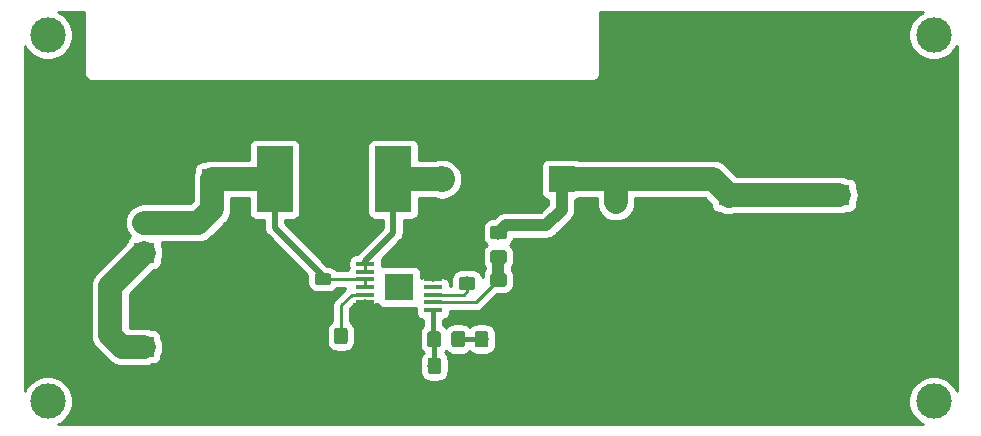
<source format=gtl>
G04 #@! TF.GenerationSoftware,KiCad,Pcbnew,5.0.0-fee4fd1~66~ubuntu18.04.1*
G04 #@! TF.CreationDate,2018-08-14T13:58:44+08:00*
G04 #@! TF.ProjectId,Boost Converter,426F6F737420436F6E7665727465722E,1.0*
G04 #@! TF.SameCoordinates,Original*
G04 #@! TF.FileFunction,Copper,L1,Top,Signal*
G04 #@! TF.FilePolarity,Positive*
%FSLAX45Y45*%
G04 Gerber Fmt 4.5, Leading zero omitted, Abs format (unit mm)*
G04 Created by KiCad (PCBNEW 5.0.0-fee4fd1~66~ubuntu18.04.1) date Tue Aug 14 13:58:44 2018*
%MOMM*%
%LPD*%
G01*
G04 APERTURE LIST*
G04 #@! TA.AperFunction,ComponentPad*
%ADD10R,1.700000X1.700000*%
G04 #@! TD*
G04 #@! TA.AperFunction,ComponentPad*
%ADD11O,1.700000X1.700000*%
G04 #@! TD*
G04 #@! TA.AperFunction,SMDPad,CuDef*
%ADD12R,1.570000X0.410000*%
G04 #@! TD*
G04 #@! TA.AperFunction,SMDPad,CuDef*
%ADD13R,2.460000X2.310000*%
G04 #@! TD*
G04 #@! TA.AperFunction,SMDPad,CuDef*
%ADD14R,3.100000X5.600000*%
G04 #@! TD*
G04 #@! TA.AperFunction,ComponentPad*
%ADD15O,2.200000X2.200000*%
G04 #@! TD*
G04 #@! TA.AperFunction,ComponentPad*
%ADD16R,2.200000X2.200000*%
G04 #@! TD*
G04 #@! TA.AperFunction,Conductor*
%ADD17C,0.100000*%
G04 #@! TD*
G04 #@! TA.AperFunction,SMDPad,CuDef*
%ADD18C,1.150000*%
G04 #@! TD*
G04 #@! TA.AperFunction,ComponentPad*
%ADD19R,1.716000X1.716000*%
G04 #@! TD*
G04 #@! TA.AperFunction,ComponentPad*
%ADD20C,1.716000*%
G04 #@! TD*
G04 #@! TA.AperFunction,SMDPad,CuDef*
%ADD21C,0.975000*%
G04 #@! TD*
G04 #@! TA.AperFunction,ComponentPad*
%ADD22C,3.000000*%
G04 #@! TD*
G04 #@! TA.AperFunction,Conductor*
%ADD23C,0.250000*%
G04 #@! TD*
G04 #@! TA.AperFunction,Conductor*
%ADD24C,2.000000*%
G04 #@! TD*
G04 #@! TA.AperFunction,Conductor*
%ADD25C,0.483000*%
G04 #@! TD*
G04 #@! TA.AperFunction,Conductor*
%ADD26C,1.000000*%
G04 #@! TD*
G04 #@! TA.AperFunction,Conductor*
%ADD27C,0.381000*%
G04 #@! TD*
G04 #@! TA.AperFunction,Conductor*
%ADD28C,0.254000*%
G04 #@! TD*
G04 APERTURE END LIST*
D10*
G04 #@! TO.P,J3,1*
G04 #@! TO.N,Net-(J1-Pad1)*
X9465000Y-9942500D03*
D11*
G04 #@! TO.P,J3,2*
G04 #@! TO.N,Net-(C1-Pad1)*
X9465000Y-9688500D03*
G04 #@! TD*
D12*
G04 #@! TO.P,U1,1*
G04 #@! TO.N,Net-(D1-Pad2)*
X11337564Y-10038126D03*
G04 #@! TO.P,U1,2*
X11337564Y-10103126D03*
G04 #@! TO.P,U1,3*
G04 #@! TO.N,Net-(C1-Pad1)*
X11337564Y-10168126D03*
G04 #@! TO.P,U1,4*
X11337564Y-10233126D03*
G04 #@! TO.P,U1,5*
G04 #@! TO.N,Net-(C2-Pad1)*
X11337564Y-10298126D03*
G04 #@! TO.P,U1,6*
G04 #@! TO.N,GND*
X11337564Y-10363126D03*
G04 #@! TO.P,U1,7*
X11337564Y-10428126D03*
G04 #@! TO.P,U1,8*
G04 #@! TO.N,Net-(C5-Pad1)*
X11911564Y-10428126D03*
G04 #@! TO.P,U1,9*
G04 #@! TO.N,Net-(R3-Pad2)*
X11911564Y-10363126D03*
G04 #@! TO.P,U1,10*
G04 #@! TO.N,Net-(R1-Pad1)*
X11911564Y-10298126D03*
G04 #@! TO.P,U1,11*
G04 #@! TO.N,Net-(U1-Pad11)*
X11911564Y-10233126D03*
G04 #@! TO.P,U1,12*
G04 #@! TO.N,GND*
X11911564Y-10168126D03*
G04 #@! TO.P,U1,13*
X11911564Y-10103126D03*
G04 #@! TO.P,U1,14*
X11911564Y-10038126D03*
D13*
G04 #@! TO.P,U1,15*
G04 #@! TO.N,N/C*
X11624564Y-10233126D03*
G04 #@! TD*
D14*
G04 #@! TO.P,L1,1*
G04 #@! TO.N,Net-(C1-Pad1)*
X10570750Y-9320000D03*
G04 #@! TO.P,L1,2*
G04 #@! TO.N,Net-(D1-Pad2)*
X11574250Y-9320000D03*
G04 #@! TD*
D15*
G04 #@! TO.P,D1,2*
G04 #@! TO.N,Net-(D1-Pad2)*
X11984000Y-9320000D03*
D16*
G04 #@! TO.P,D1,1*
G04 #@! TO.N,Net-(C6-Pad1)*
X13000000Y-9320000D03*
G04 #@! TD*
D17*
G04 #@! TO.N,GND*
G04 #@! TO.C,C7*
G36*
X13507450Y-9665120D02*
X13509877Y-9665480D01*
X13512257Y-9666077D01*
X13514567Y-9666903D01*
X13516785Y-9667952D01*
X13518889Y-9669213D01*
X13520860Y-9670675D01*
X13522678Y-9672322D01*
X13524325Y-9674140D01*
X13525787Y-9676111D01*
X13527048Y-9678215D01*
X13528097Y-9680433D01*
X13528923Y-9682743D01*
X13529520Y-9685123D01*
X13529880Y-9687550D01*
X13530000Y-9690000D01*
X13530000Y-9755000D01*
X13529880Y-9757451D01*
X13529520Y-9759877D01*
X13528923Y-9762257D01*
X13528097Y-9764567D01*
X13527048Y-9766785D01*
X13525787Y-9768889D01*
X13524325Y-9770860D01*
X13522678Y-9772678D01*
X13520860Y-9774325D01*
X13518889Y-9775787D01*
X13516785Y-9777048D01*
X13514567Y-9778097D01*
X13512257Y-9778924D01*
X13509877Y-9779520D01*
X13507450Y-9779880D01*
X13505000Y-9780000D01*
X13415000Y-9780000D01*
X13412549Y-9779880D01*
X13410123Y-9779520D01*
X13407743Y-9778924D01*
X13405433Y-9778097D01*
X13403215Y-9777048D01*
X13401111Y-9775787D01*
X13399140Y-9774325D01*
X13397322Y-9772678D01*
X13395675Y-9770860D01*
X13394213Y-9768889D01*
X13392952Y-9766785D01*
X13391903Y-9764567D01*
X13391076Y-9762257D01*
X13390480Y-9759877D01*
X13390120Y-9757451D01*
X13390000Y-9755000D01*
X13390000Y-9690000D01*
X13390120Y-9687550D01*
X13390480Y-9685123D01*
X13391076Y-9682743D01*
X13391903Y-9680433D01*
X13392952Y-9678215D01*
X13394213Y-9676111D01*
X13395675Y-9674140D01*
X13397322Y-9672322D01*
X13399140Y-9670675D01*
X13401111Y-9669213D01*
X13403215Y-9667952D01*
X13405433Y-9666903D01*
X13407743Y-9666077D01*
X13410123Y-9665480D01*
X13412549Y-9665120D01*
X13415000Y-9665000D01*
X13505000Y-9665000D01*
X13507450Y-9665120D01*
X13507450Y-9665120D01*
G37*
D18*
G04 #@! TD*
G04 #@! TO.P,C7,2*
G04 #@! TO.N,GND*
X13460000Y-9722500D03*
D17*
G04 #@! TO.N,Net-(C6-Pad1)*
G04 #@! TO.C,C7*
G36*
X13507450Y-9460120D02*
X13509877Y-9460480D01*
X13512257Y-9461077D01*
X13514567Y-9461903D01*
X13516785Y-9462952D01*
X13518889Y-9464213D01*
X13520860Y-9465675D01*
X13522678Y-9467322D01*
X13524325Y-9469140D01*
X13525787Y-9471111D01*
X13527048Y-9473215D01*
X13528097Y-9475433D01*
X13528923Y-9477743D01*
X13529520Y-9480123D01*
X13529880Y-9482550D01*
X13530000Y-9485000D01*
X13530000Y-9550000D01*
X13529880Y-9552451D01*
X13529520Y-9554877D01*
X13528923Y-9557257D01*
X13528097Y-9559567D01*
X13527048Y-9561785D01*
X13525787Y-9563889D01*
X13524325Y-9565860D01*
X13522678Y-9567678D01*
X13520860Y-9569325D01*
X13518889Y-9570787D01*
X13516785Y-9572048D01*
X13514567Y-9573097D01*
X13512257Y-9573924D01*
X13509877Y-9574520D01*
X13507450Y-9574880D01*
X13505000Y-9575000D01*
X13415000Y-9575000D01*
X13412549Y-9574880D01*
X13410123Y-9574520D01*
X13407743Y-9573924D01*
X13405433Y-9573097D01*
X13403215Y-9572048D01*
X13401111Y-9570787D01*
X13399140Y-9569325D01*
X13397322Y-9567678D01*
X13395675Y-9565860D01*
X13394213Y-9563889D01*
X13392952Y-9561785D01*
X13391903Y-9559567D01*
X13391076Y-9557257D01*
X13390480Y-9554877D01*
X13390120Y-9552451D01*
X13390000Y-9550000D01*
X13390000Y-9485000D01*
X13390120Y-9482550D01*
X13390480Y-9480123D01*
X13391076Y-9477743D01*
X13391903Y-9475433D01*
X13392952Y-9473215D01*
X13394213Y-9471111D01*
X13395675Y-9469140D01*
X13397322Y-9467322D01*
X13399140Y-9465675D01*
X13401111Y-9464213D01*
X13403215Y-9462952D01*
X13405433Y-9461903D01*
X13407743Y-9461077D01*
X13410123Y-9460480D01*
X13412549Y-9460120D01*
X13415000Y-9460000D01*
X13505000Y-9460000D01*
X13507450Y-9460120D01*
X13507450Y-9460120D01*
G37*
D18*
G04 #@! TD*
G04 #@! TO.P,C7,1*
G04 #@! TO.N,Net-(C6-Pad1)*
X13460000Y-9517500D03*
D17*
G04 #@! TO.N,Net-(C5-Pad1)*
G04 #@! TO.C,C5*
G36*
X11957450Y-10830120D02*
X11959877Y-10830480D01*
X11962257Y-10831077D01*
X11964567Y-10831903D01*
X11966785Y-10832952D01*
X11968889Y-10834213D01*
X11970860Y-10835675D01*
X11972678Y-10837322D01*
X11974325Y-10839140D01*
X11975787Y-10841111D01*
X11977048Y-10843215D01*
X11978097Y-10845433D01*
X11978923Y-10847743D01*
X11979520Y-10850123D01*
X11979880Y-10852550D01*
X11980000Y-10855000D01*
X11980000Y-10945000D01*
X11979880Y-10947451D01*
X11979520Y-10949877D01*
X11978923Y-10952257D01*
X11978097Y-10954567D01*
X11977048Y-10956785D01*
X11975787Y-10958889D01*
X11974325Y-10960860D01*
X11972678Y-10962678D01*
X11970860Y-10964325D01*
X11968889Y-10965787D01*
X11966785Y-10967048D01*
X11964567Y-10968097D01*
X11962257Y-10968924D01*
X11959877Y-10969520D01*
X11957450Y-10969880D01*
X11955000Y-10970000D01*
X11890000Y-10970000D01*
X11887549Y-10969880D01*
X11885123Y-10969520D01*
X11882743Y-10968924D01*
X11880433Y-10968097D01*
X11878215Y-10967048D01*
X11876111Y-10965787D01*
X11874140Y-10964325D01*
X11872322Y-10962678D01*
X11870675Y-10960860D01*
X11869213Y-10958889D01*
X11867952Y-10956785D01*
X11866903Y-10954567D01*
X11866076Y-10952257D01*
X11865480Y-10949877D01*
X11865120Y-10947451D01*
X11865000Y-10945000D01*
X11865000Y-10855000D01*
X11865120Y-10852550D01*
X11865480Y-10850123D01*
X11866076Y-10847743D01*
X11866903Y-10845433D01*
X11867952Y-10843215D01*
X11869213Y-10841111D01*
X11870675Y-10839140D01*
X11872322Y-10837322D01*
X11874140Y-10835675D01*
X11876111Y-10834213D01*
X11878215Y-10832952D01*
X11880433Y-10831903D01*
X11882743Y-10831077D01*
X11885123Y-10830480D01*
X11887549Y-10830120D01*
X11890000Y-10830000D01*
X11955000Y-10830000D01*
X11957450Y-10830120D01*
X11957450Y-10830120D01*
G37*
D18*
G04 #@! TD*
G04 #@! TO.P,C5,1*
G04 #@! TO.N,Net-(C5-Pad1)*
X11922500Y-10900000D03*
D17*
G04 #@! TO.N,GND*
G04 #@! TO.C,C5*
G36*
X12162450Y-10830120D02*
X12164877Y-10830480D01*
X12167257Y-10831077D01*
X12169567Y-10831903D01*
X12171785Y-10832952D01*
X12173889Y-10834213D01*
X12175860Y-10835675D01*
X12177678Y-10837322D01*
X12179325Y-10839140D01*
X12180787Y-10841111D01*
X12182048Y-10843215D01*
X12183097Y-10845433D01*
X12183923Y-10847743D01*
X12184520Y-10850123D01*
X12184880Y-10852550D01*
X12185000Y-10855000D01*
X12185000Y-10945000D01*
X12184880Y-10947451D01*
X12184520Y-10949877D01*
X12183923Y-10952257D01*
X12183097Y-10954567D01*
X12182048Y-10956785D01*
X12180787Y-10958889D01*
X12179325Y-10960860D01*
X12177678Y-10962678D01*
X12175860Y-10964325D01*
X12173889Y-10965787D01*
X12171785Y-10967048D01*
X12169567Y-10968097D01*
X12167257Y-10968924D01*
X12164877Y-10969520D01*
X12162450Y-10969880D01*
X12160000Y-10970000D01*
X12095000Y-10970000D01*
X12092549Y-10969880D01*
X12090123Y-10969520D01*
X12087743Y-10968924D01*
X12085433Y-10968097D01*
X12083215Y-10967048D01*
X12081111Y-10965787D01*
X12079140Y-10964325D01*
X12077322Y-10962678D01*
X12075675Y-10960860D01*
X12074213Y-10958889D01*
X12072952Y-10956785D01*
X12071903Y-10954567D01*
X12071076Y-10952257D01*
X12070480Y-10949877D01*
X12070120Y-10947451D01*
X12070000Y-10945000D01*
X12070000Y-10855000D01*
X12070120Y-10852550D01*
X12070480Y-10850123D01*
X12071076Y-10847743D01*
X12071903Y-10845433D01*
X12072952Y-10843215D01*
X12074213Y-10841111D01*
X12075675Y-10839140D01*
X12077322Y-10837322D01*
X12079140Y-10835675D01*
X12081111Y-10834213D01*
X12083215Y-10832952D01*
X12085433Y-10831903D01*
X12087743Y-10831077D01*
X12090123Y-10830480D01*
X12092549Y-10830120D01*
X12095000Y-10830000D01*
X12160000Y-10830000D01*
X12162450Y-10830120D01*
X12162450Y-10830120D01*
G37*
D18*
G04 #@! TD*
G04 #@! TO.P,C5,2*
G04 #@! TO.N,GND*
X12127500Y-10900000D03*
D17*
G04 #@! TO.N,GND*
G04 #@! TO.C,C4*
G36*
X12562450Y-10605120D02*
X12564877Y-10605480D01*
X12567257Y-10606077D01*
X12569567Y-10606903D01*
X12571785Y-10607952D01*
X12573889Y-10609213D01*
X12575860Y-10610675D01*
X12577678Y-10612322D01*
X12579325Y-10614140D01*
X12580787Y-10616111D01*
X12582048Y-10618215D01*
X12583097Y-10620433D01*
X12583923Y-10622743D01*
X12584520Y-10625123D01*
X12584880Y-10627550D01*
X12585000Y-10630000D01*
X12585000Y-10720000D01*
X12584880Y-10722451D01*
X12584520Y-10724877D01*
X12583923Y-10727257D01*
X12583097Y-10729567D01*
X12582048Y-10731785D01*
X12580787Y-10733889D01*
X12579325Y-10735860D01*
X12577678Y-10737678D01*
X12575860Y-10739325D01*
X12573889Y-10740787D01*
X12571785Y-10742048D01*
X12569567Y-10743097D01*
X12567257Y-10743924D01*
X12564877Y-10744520D01*
X12562450Y-10744880D01*
X12560000Y-10745000D01*
X12495000Y-10745000D01*
X12492549Y-10744880D01*
X12490123Y-10744520D01*
X12487743Y-10743924D01*
X12485433Y-10743097D01*
X12483215Y-10742048D01*
X12481111Y-10740787D01*
X12479140Y-10739325D01*
X12477322Y-10737678D01*
X12475675Y-10735860D01*
X12474213Y-10733889D01*
X12472952Y-10731785D01*
X12471903Y-10729567D01*
X12471076Y-10727257D01*
X12470480Y-10724877D01*
X12470120Y-10722451D01*
X12470000Y-10720000D01*
X12470000Y-10630000D01*
X12470120Y-10627550D01*
X12470480Y-10625123D01*
X12471076Y-10622743D01*
X12471903Y-10620433D01*
X12472952Y-10618215D01*
X12474213Y-10616111D01*
X12475675Y-10614140D01*
X12477322Y-10612322D01*
X12479140Y-10610675D01*
X12481111Y-10609213D01*
X12483215Y-10607952D01*
X12485433Y-10606903D01*
X12487743Y-10606077D01*
X12490123Y-10605480D01*
X12492549Y-10605120D01*
X12495000Y-10605000D01*
X12560000Y-10605000D01*
X12562450Y-10605120D01*
X12562450Y-10605120D01*
G37*
D18*
G04 #@! TD*
G04 #@! TO.P,C4,2*
G04 #@! TO.N,GND*
X12527500Y-10675000D03*
D17*
G04 #@! TO.N,Net-(C4-Pad1)*
G04 #@! TO.C,C4*
G36*
X12357450Y-10605120D02*
X12359877Y-10605480D01*
X12362257Y-10606077D01*
X12364567Y-10606903D01*
X12366785Y-10607952D01*
X12368889Y-10609213D01*
X12370860Y-10610675D01*
X12372678Y-10612322D01*
X12374325Y-10614140D01*
X12375787Y-10616111D01*
X12377048Y-10618215D01*
X12378097Y-10620433D01*
X12378923Y-10622743D01*
X12379520Y-10625123D01*
X12379880Y-10627550D01*
X12380000Y-10630000D01*
X12380000Y-10720000D01*
X12379880Y-10722451D01*
X12379520Y-10724877D01*
X12378923Y-10727257D01*
X12378097Y-10729567D01*
X12377048Y-10731785D01*
X12375787Y-10733889D01*
X12374325Y-10735860D01*
X12372678Y-10737678D01*
X12370860Y-10739325D01*
X12368889Y-10740787D01*
X12366785Y-10742048D01*
X12364567Y-10743097D01*
X12362257Y-10743924D01*
X12359877Y-10744520D01*
X12357450Y-10744880D01*
X12355000Y-10745000D01*
X12290000Y-10745000D01*
X12287549Y-10744880D01*
X12285123Y-10744520D01*
X12282743Y-10743924D01*
X12280433Y-10743097D01*
X12278215Y-10742048D01*
X12276111Y-10740787D01*
X12274140Y-10739325D01*
X12272322Y-10737678D01*
X12270675Y-10735860D01*
X12269213Y-10733889D01*
X12267952Y-10731785D01*
X12266903Y-10729567D01*
X12266076Y-10727257D01*
X12265480Y-10724877D01*
X12265120Y-10722451D01*
X12265000Y-10720000D01*
X12265000Y-10630000D01*
X12265120Y-10627550D01*
X12265480Y-10625123D01*
X12266076Y-10622743D01*
X12266903Y-10620433D01*
X12267952Y-10618215D01*
X12269213Y-10616111D01*
X12270675Y-10614140D01*
X12272322Y-10612322D01*
X12274140Y-10610675D01*
X12276111Y-10609213D01*
X12278215Y-10607952D01*
X12280433Y-10606903D01*
X12282743Y-10606077D01*
X12285123Y-10605480D01*
X12287549Y-10605120D01*
X12290000Y-10605000D01*
X12355000Y-10605000D01*
X12357450Y-10605120D01*
X12357450Y-10605120D01*
G37*
D18*
G04 #@! TD*
G04 #@! TO.P,C4,1*
G04 #@! TO.N,Net-(C4-Pad1)*
X12322500Y-10675000D03*
D17*
G04 #@! TO.N,Net-(C2-Pad1)*
G04 #@! TO.C,C2*
G36*
X11166617Y-10576758D02*
X11169043Y-10577118D01*
X11171423Y-10577715D01*
X11173733Y-10578541D01*
X11175951Y-10579590D01*
X11178055Y-10580851D01*
X11180026Y-10582313D01*
X11181844Y-10583960D01*
X11183491Y-10585778D01*
X11184953Y-10587749D01*
X11186214Y-10589853D01*
X11187263Y-10592071D01*
X11188089Y-10594381D01*
X11188686Y-10596761D01*
X11189046Y-10599188D01*
X11189166Y-10601638D01*
X11189166Y-10691638D01*
X11189046Y-10694089D01*
X11188686Y-10696515D01*
X11188089Y-10698895D01*
X11187263Y-10701205D01*
X11186214Y-10703423D01*
X11184953Y-10705527D01*
X11183491Y-10707498D01*
X11181844Y-10709316D01*
X11180026Y-10710963D01*
X11178055Y-10712425D01*
X11175951Y-10713686D01*
X11173733Y-10714735D01*
X11171423Y-10715562D01*
X11169043Y-10716158D01*
X11166617Y-10716518D01*
X11164166Y-10716638D01*
X11099166Y-10716638D01*
X11096716Y-10716518D01*
X11094289Y-10716158D01*
X11091909Y-10715562D01*
X11089599Y-10714735D01*
X11087381Y-10713686D01*
X11085277Y-10712425D01*
X11083306Y-10710963D01*
X11081488Y-10709316D01*
X11079841Y-10707498D01*
X11078379Y-10705527D01*
X11077118Y-10703423D01*
X11076069Y-10701205D01*
X11075243Y-10698895D01*
X11074646Y-10696515D01*
X11074286Y-10694089D01*
X11074166Y-10691638D01*
X11074166Y-10601638D01*
X11074286Y-10599188D01*
X11074646Y-10596761D01*
X11075243Y-10594381D01*
X11076069Y-10592071D01*
X11077118Y-10589853D01*
X11078379Y-10587749D01*
X11079841Y-10585778D01*
X11081488Y-10583960D01*
X11083306Y-10582313D01*
X11085277Y-10580851D01*
X11087381Y-10579590D01*
X11089599Y-10578541D01*
X11091909Y-10577715D01*
X11094289Y-10577118D01*
X11096716Y-10576758D01*
X11099166Y-10576638D01*
X11164166Y-10576638D01*
X11166617Y-10576758D01*
X11166617Y-10576758D01*
G37*
D18*
G04 #@! TD*
G04 #@! TO.P,C2,1*
G04 #@! TO.N,Net-(C2-Pad1)*
X11131666Y-10646638D03*
D17*
G04 #@! TO.N,GND*
G04 #@! TO.C,C2*
G36*
X11371616Y-10576758D02*
X11374043Y-10577118D01*
X11376423Y-10577715D01*
X11378733Y-10578541D01*
X11380951Y-10579590D01*
X11383055Y-10580851D01*
X11385026Y-10582313D01*
X11386844Y-10583960D01*
X11388491Y-10585778D01*
X11389953Y-10587749D01*
X11391214Y-10589853D01*
X11392263Y-10592071D01*
X11393089Y-10594381D01*
X11393686Y-10596761D01*
X11394046Y-10599188D01*
X11394166Y-10601638D01*
X11394166Y-10691638D01*
X11394046Y-10694089D01*
X11393686Y-10696515D01*
X11393089Y-10698895D01*
X11392263Y-10701205D01*
X11391214Y-10703423D01*
X11389953Y-10705527D01*
X11388491Y-10707498D01*
X11386844Y-10709316D01*
X11385026Y-10710963D01*
X11383055Y-10712425D01*
X11380951Y-10713686D01*
X11378733Y-10714735D01*
X11376423Y-10715562D01*
X11374043Y-10716158D01*
X11371616Y-10716518D01*
X11369166Y-10716638D01*
X11304166Y-10716638D01*
X11301715Y-10716518D01*
X11299289Y-10716158D01*
X11296909Y-10715562D01*
X11294599Y-10714735D01*
X11292381Y-10713686D01*
X11290277Y-10712425D01*
X11288306Y-10710963D01*
X11286488Y-10709316D01*
X11284841Y-10707498D01*
X11283379Y-10705527D01*
X11282118Y-10703423D01*
X11281069Y-10701205D01*
X11280242Y-10698895D01*
X11279646Y-10696515D01*
X11279286Y-10694089D01*
X11279166Y-10691638D01*
X11279166Y-10601638D01*
X11279286Y-10599188D01*
X11279646Y-10596761D01*
X11280242Y-10594381D01*
X11281069Y-10592071D01*
X11282118Y-10589853D01*
X11283379Y-10587749D01*
X11284841Y-10585778D01*
X11286488Y-10583960D01*
X11288306Y-10582313D01*
X11290277Y-10580851D01*
X11292381Y-10579590D01*
X11294599Y-10578541D01*
X11296909Y-10577715D01*
X11299289Y-10577118D01*
X11301715Y-10576758D01*
X11304166Y-10576638D01*
X11369166Y-10576638D01*
X11371616Y-10576758D01*
X11371616Y-10576758D01*
G37*
D18*
G04 #@! TD*
G04 #@! TO.P,C2,2*
G04 #@! TO.N,GND*
X11336666Y-10646638D03*
D17*
G04 #@! TO.N,GND*
G04 #@! TO.C,R4*
G36*
X12512450Y-10320120D02*
X12514877Y-10320480D01*
X12517257Y-10321077D01*
X12519567Y-10321903D01*
X12521785Y-10322952D01*
X12523889Y-10324213D01*
X12525860Y-10325675D01*
X12527678Y-10327322D01*
X12529325Y-10329140D01*
X12530787Y-10331111D01*
X12532048Y-10333215D01*
X12533097Y-10335433D01*
X12533923Y-10337743D01*
X12534520Y-10340123D01*
X12534880Y-10342550D01*
X12535000Y-10345000D01*
X12535000Y-10410000D01*
X12534880Y-10412451D01*
X12534520Y-10414877D01*
X12533923Y-10417257D01*
X12533097Y-10419567D01*
X12532048Y-10421785D01*
X12530787Y-10423889D01*
X12529325Y-10425860D01*
X12527678Y-10427678D01*
X12525860Y-10429325D01*
X12523889Y-10430787D01*
X12521785Y-10432048D01*
X12519567Y-10433097D01*
X12517257Y-10433924D01*
X12514877Y-10434520D01*
X12512450Y-10434880D01*
X12510000Y-10435000D01*
X12420000Y-10435000D01*
X12417549Y-10434880D01*
X12415123Y-10434520D01*
X12412743Y-10433924D01*
X12410433Y-10433097D01*
X12408215Y-10432048D01*
X12406111Y-10430787D01*
X12404140Y-10429325D01*
X12402322Y-10427678D01*
X12400675Y-10425860D01*
X12399213Y-10423889D01*
X12397952Y-10421785D01*
X12396903Y-10419567D01*
X12396076Y-10417257D01*
X12395480Y-10414877D01*
X12395120Y-10412451D01*
X12395000Y-10410000D01*
X12395000Y-10345000D01*
X12395120Y-10342550D01*
X12395480Y-10340123D01*
X12396076Y-10337743D01*
X12396903Y-10335433D01*
X12397952Y-10333215D01*
X12399213Y-10331111D01*
X12400675Y-10329140D01*
X12402322Y-10327322D01*
X12404140Y-10325675D01*
X12406111Y-10324213D01*
X12408215Y-10322952D01*
X12410433Y-10321903D01*
X12412743Y-10321077D01*
X12415123Y-10320480D01*
X12417549Y-10320120D01*
X12420000Y-10320000D01*
X12510000Y-10320000D01*
X12512450Y-10320120D01*
X12512450Y-10320120D01*
G37*
D18*
G04 #@! TD*
G04 #@! TO.P,R4,2*
G04 #@! TO.N,GND*
X12465000Y-10377500D03*
D17*
G04 #@! TO.N,Net-(R3-Pad2)*
G04 #@! TO.C,R4*
G36*
X12512450Y-10115120D02*
X12514877Y-10115480D01*
X12517257Y-10116077D01*
X12519567Y-10116903D01*
X12521785Y-10117952D01*
X12523889Y-10119213D01*
X12525860Y-10120675D01*
X12527678Y-10122322D01*
X12529325Y-10124140D01*
X12530787Y-10126111D01*
X12532048Y-10128215D01*
X12533097Y-10130433D01*
X12533923Y-10132743D01*
X12534520Y-10135123D01*
X12534880Y-10137550D01*
X12535000Y-10140000D01*
X12535000Y-10205000D01*
X12534880Y-10207451D01*
X12534520Y-10209877D01*
X12533923Y-10212257D01*
X12533097Y-10214567D01*
X12532048Y-10216785D01*
X12530787Y-10218889D01*
X12529325Y-10220860D01*
X12527678Y-10222678D01*
X12525860Y-10224325D01*
X12523889Y-10225787D01*
X12521785Y-10227048D01*
X12519567Y-10228097D01*
X12517257Y-10228924D01*
X12514877Y-10229520D01*
X12512450Y-10229880D01*
X12510000Y-10230000D01*
X12420000Y-10230000D01*
X12417549Y-10229880D01*
X12415123Y-10229520D01*
X12412743Y-10228924D01*
X12410433Y-10228097D01*
X12408215Y-10227048D01*
X12406111Y-10225787D01*
X12404140Y-10224325D01*
X12402322Y-10222678D01*
X12400675Y-10220860D01*
X12399213Y-10218889D01*
X12397952Y-10216785D01*
X12396903Y-10214567D01*
X12396076Y-10212257D01*
X12395480Y-10209877D01*
X12395120Y-10207451D01*
X12395000Y-10205000D01*
X12395000Y-10140000D01*
X12395120Y-10137550D01*
X12395480Y-10135123D01*
X12396076Y-10132743D01*
X12396903Y-10130433D01*
X12397952Y-10128215D01*
X12399213Y-10126111D01*
X12400675Y-10124140D01*
X12402322Y-10122322D01*
X12404140Y-10120675D01*
X12406111Y-10119213D01*
X12408215Y-10117952D01*
X12410433Y-10116903D01*
X12412743Y-10116077D01*
X12415123Y-10115480D01*
X12417549Y-10115120D01*
X12420000Y-10115000D01*
X12510000Y-10115000D01*
X12512450Y-10115120D01*
X12512450Y-10115120D01*
G37*
D18*
G04 #@! TD*
G04 #@! TO.P,R4,1*
G04 #@! TO.N,Net-(R3-Pad2)*
X12465000Y-10172500D03*
D17*
G04 #@! TO.N,Net-(C6-Pad1)*
G04 #@! TO.C,R3*
G36*
X12512450Y-9715120D02*
X12514877Y-9715480D01*
X12517257Y-9716077D01*
X12519567Y-9716903D01*
X12521785Y-9717952D01*
X12523889Y-9719213D01*
X12525860Y-9720675D01*
X12527678Y-9722322D01*
X12529325Y-9724140D01*
X12530787Y-9726111D01*
X12532048Y-9728215D01*
X12533097Y-9730433D01*
X12533923Y-9732743D01*
X12534520Y-9735123D01*
X12534880Y-9737550D01*
X12535000Y-9740000D01*
X12535000Y-9805000D01*
X12534880Y-9807451D01*
X12534520Y-9809877D01*
X12533923Y-9812257D01*
X12533097Y-9814567D01*
X12532048Y-9816785D01*
X12530787Y-9818889D01*
X12529325Y-9820860D01*
X12527678Y-9822678D01*
X12525860Y-9824325D01*
X12523889Y-9825787D01*
X12521785Y-9827048D01*
X12519567Y-9828097D01*
X12517257Y-9828924D01*
X12514877Y-9829520D01*
X12512450Y-9829880D01*
X12510000Y-9830000D01*
X12420000Y-9830000D01*
X12417549Y-9829880D01*
X12415123Y-9829520D01*
X12412743Y-9828924D01*
X12410433Y-9828097D01*
X12408215Y-9827048D01*
X12406111Y-9825787D01*
X12404140Y-9824325D01*
X12402322Y-9822678D01*
X12400675Y-9820860D01*
X12399213Y-9818889D01*
X12397952Y-9816785D01*
X12396903Y-9814567D01*
X12396076Y-9812257D01*
X12395480Y-9809877D01*
X12395120Y-9807451D01*
X12395000Y-9805000D01*
X12395000Y-9740000D01*
X12395120Y-9737550D01*
X12395480Y-9735123D01*
X12396076Y-9732743D01*
X12396903Y-9730433D01*
X12397952Y-9728215D01*
X12399213Y-9726111D01*
X12400675Y-9724140D01*
X12402322Y-9722322D01*
X12404140Y-9720675D01*
X12406111Y-9719213D01*
X12408215Y-9717952D01*
X12410433Y-9716903D01*
X12412743Y-9716077D01*
X12415123Y-9715480D01*
X12417549Y-9715120D01*
X12420000Y-9715000D01*
X12510000Y-9715000D01*
X12512450Y-9715120D01*
X12512450Y-9715120D01*
G37*
D18*
G04 #@! TD*
G04 #@! TO.P,R3,1*
G04 #@! TO.N,Net-(C6-Pad1)*
X12465000Y-9772500D03*
D17*
G04 #@! TO.N,Net-(R3-Pad2)*
G04 #@! TO.C,R3*
G36*
X12512450Y-9920120D02*
X12514877Y-9920480D01*
X12517257Y-9921077D01*
X12519567Y-9921903D01*
X12521785Y-9922952D01*
X12523889Y-9924213D01*
X12525860Y-9925675D01*
X12527678Y-9927322D01*
X12529325Y-9929140D01*
X12530787Y-9931111D01*
X12532048Y-9933215D01*
X12533097Y-9935433D01*
X12533923Y-9937743D01*
X12534520Y-9940123D01*
X12534880Y-9942550D01*
X12535000Y-9945000D01*
X12535000Y-10010000D01*
X12534880Y-10012451D01*
X12534520Y-10014877D01*
X12533923Y-10017257D01*
X12533097Y-10019567D01*
X12532048Y-10021785D01*
X12530787Y-10023889D01*
X12529325Y-10025860D01*
X12527678Y-10027678D01*
X12525860Y-10029325D01*
X12523889Y-10030787D01*
X12521785Y-10032048D01*
X12519567Y-10033097D01*
X12517257Y-10033924D01*
X12514877Y-10034520D01*
X12512450Y-10034880D01*
X12510000Y-10035000D01*
X12420000Y-10035000D01*
X12417549Y-10034880D01*
X12415123Y-10034520D01*
X12412743Y-10033924D01*
X12410433Y-10033097D01*
X12408215Y-10032048D01*
X12406111Y-10030787D01*
X12404140Y-10029325D01*
X12402322Y-10027678D01*
X12400675Y-10025860D01*
X12399213Y-10023889D01*
X12397952Y-10021785D01*
X12396903Y-10019567D01*
X12396076Y-10017257D01*
X12395480Y-10014877D01*
X12395120Y-10012451D01*
X12395000Y-10010000D01*
X12395000Y-9945000D01*
X12395120Y-9942550D01*
X12395480Y-9940123D01*
X12396076Y-9937743D01*
X12396903Y-9935433D01*
X12397952Y-9933215D01*
X12399213Y-9931111D01*
X12400675Y-9929140D01*
X12402322Y-9927322D01*
X12404140Y-9925675D01*
X12406111Y-9924213D01*
X12408215Y-9922952D01*
X12410433Y-9921903D01*
X12412743Y-9921077D01*
X12415123Y-9920480D01*
X12417549Y-9920120D01*
X12420000Y-9920000D01*
X12510000Y-9920000D01*
X12512450Y-9920120D01*
X12512450Y-9920120D01*
G37*
D18*
G04 #@! TD*
G04 #@! TO.P,R3,2*
G04 #@! TO.N,Net-(R3-Pad2)*
X12465000Y-9977500D03*
D17*
G04 #@! TO.N,Net-(C4-Pad1)*
G04 #@! TO.C,R2*
G36*
X12159950Y-10605120D02*
X12162377Y-10605480D01*
X12164757Y-10606077D01*
X12167067Y-10606903D01*
X12169285Y-10607952D01*
X12171389Y-10609213D01*
X12173360Y-10610675D01*
X12175178Y-10612322D01*
X12176825Y-10614140D01*
X12178287Y-10616111D01*
X12179548Y-10618215D01*
X12180597Y-10620433D01*
X12181423Y-10622743D01*
X12182020Y-10625123D01*
X12182380Y-10627550D01*
X12182500Y-10630000D01*
X12182500Y-10720000D01*
X12182380Y-10722451D01*
X12182020Y-10724877D01*
X12181423Y-10727257D01*
X12180597Y-10729567D01*
X12179548Y-10731785D01*
X12178287Y-10733889D01*
X12176825Y-10735860D01*
X12175178Y-10737678D01*
X12173360Y-10739325D01*
X12171389Y-10740787D01*
X12169285Y-10742048D01*
X12167067Y-10743097D01*
X12164757Y-10743924D01*
X12162377Y-10744520D01*
X12159950Y-10744880D01*
X12157500Y-10745000D01*
X12092500Y-10745000D01*
X12090049Y-10744880D01*
X12087623Y-10744520D01*
X12085243Y-10743924D01*
X12082933Y-10743097D01*
X12080715Y-10742048D01*
X12078611Y-10740787D01*
X12076640Y-10739325D01*
X12074822Y-10737678D01*
X12073175Y-10735860D01*
X12071713Y-10733889D01*
X12070452Y-10731785D01*
X12069403Y-10729567D01*
X12068576Y-10727257D01*
X12067980Y-10724877D01*
X12067620Y-10722451D01*
X12067500Y-10720000D01*
X12067500Y-10630000D01*
X12067620Y-10627550D01*
X12067980Y-10625123D01*
X12068576Y-10622743D01*
X12069403Y-10620433D01*
X12070452Y-10618215D01*
X12071713Y-10616111D01*
X12073175Y-10614140D01*
X12074822Y-10612322D01*
X12076640Y-10610675D01*
X12078611Y-10609213D01*
X12080715Y-10607952D01*
X12082933Y-10606903D01*
X12085243Y-10606077D01*
X12087623Y-10605480D01*
X12090049Y-10605120D01*
X12092500Y-10605000D01*
X12157500Y-10605000D01*
X12159950Y-10605120D01*
X12159950Y-10605120D01*
G37*
D18*
G04 #@! TD*
G04 #@! TO.P,R2,2*
G04 #@! TO.N,Net-(C4-Pad1)*
X12125000Y-10675000D03*
D17*
G04 #@! TO.N,Net-(C5-Pad1)*
G04 #@! TO.C,R2*
G36*
X11954950Y-10605120D02*
X11957377Y-10605480D01*
X11959757Y-10606077D01*
X11962067Y-10606903D01*
X11964285Y-10607952D01*
X11966389Y-10609213D01*
X11968360Y-10610675D01*
X11970178Y-10612322D01*
X11971825Y-10614140D01*
X11973287Y-10616111D01*
X11974548Y-10618215D01*
X11975597Y-10620433D01*
X11976423Y-10622743D01*
X11977020Y-10625123D01*
X11977380Y-10627550D01*
X11977500Y-10630000D01*
X11977500Y-10720000D01*
X11977380Y-10722451D01*
X11977020Y-10724877D01*
X11976423Y-10727257D01*
X11975597Y-10729567D01*
X11974548Y-10731785D01*
X11973287Y-10733889D01*
X11971825Y-10735860D01*
X11970178Y-10737678D01*
X11968360Y-10739325D01*
X11966389Y-10740787D01*
X11964285Y-10742048D01*
X11962067Y-10743097D01*
X11959757Y-10743924D01*
X11957377Y-10744520D01*
X11954950Y-10744880D01*
X11952500Y-10745000D01*
X11887500Y-10745000D01*
X11885049Y-10744880D01*
X11882623Y-10744520D01*
X11880243Y-10743924D01*
X11877933Y-10743097D01*
X11875715Y-10742048D01*
X11873611Y-10740787D01*
X11871640Y-10739325D01*
X11869822Y-10737678D01*
X11868175Y-10735860D01*
X11866713Y-10733889D01*
X11865452Y-10731785D01*
X11864403Y-10729567D01*
X11863576Y-10727257D01*
X11862980Y-10724877D01*
X11862620Y-10722451D01*
X11862500Y-10720000D01*
X11862500Y-10630000D01*
X11862620Y-10627550D01*
X11862980Y-10625123D01*
X11863576Y-10622743D01*
X11864403Y-10620433D01*
X11865452Y-10618215D01*
X11866713Y-10616111D01*
X11868175Y-10614140D01*
X11869822Y-10612322D01*
X11871640Y-10610675D01*
X11873611Y-10609213D01*
X11875715Y-10607952D01*
X11877933Y-10606903D01*
X11880243Y-10606077D01*
X11882623Y-10605480D01*
X11885049Y-10605120D01*
X11887500Y-10605000D01*
X11952500Y-10605000D01*
X11954950Y-10605120D01*
X11954950Y-10605120D01*
G37*
D18*
G04 #@! TD*
G04 #@! TO.P,R2,1*
G04 #@! TO.N,Net-(C5-Pad1)*
X11920000Y-10675000D03*
D17*
G04 #@! TO.N,Net-(R1-Pad1)*
G04 #@! TO.C,R1*
G36*
X12247450Y-10145120D02*
X12249877Y-10145480D01*
X12252257Y-10146077D01*
X12254567Y-10146903D01*
X12256785Y-10147952D01*
X12258889Y-10149213D01*
X12260860Y-10150675D01*
X12262678Y-10152322D01*
X12264325Y-10154140D01*
X12265787Y-10156111D01*
X12267048Y-10158215D01*
X12268097Y-10160433D01*
X12268923Y-10162743D01*
X12269520Y-10165123D01*
X12269880Y-10167550D01*
X12270000Y-10170000D01*
X12270000Y-10235000D01*
X12269880Y-10237451D01*
X12269520Y-10239877D01*
X12268923Y-10242257D01*
X12268097Y-10244567D01*
X12267048Y-10246785D01*
X12265787Y-10248889D01*
X12264325Y-10250860D01*
X12262678Y-10252678D01*
X12260860Y-10254325D01*
X12258889Y-10255787D01*
X12256785Y-10257048D01*
X12254567Y-10258097D01*
X12252257Y-10258924D01*
X12249877Y-10259520D01*
X12247450Y-10259880D01*
X12245000Y-10260000D01*
X12155000Y-10260000D01*
X12152549Y-10259880D01*
X12150123Y-10259520D01*
X12147743Y-10258924D01*
X12145433Y-10258097D01*
X12143215Y-10257048D01*
X12141111Y-10255787D01*
X12139140Y-10254325D01*
X12137322Y-10252678D01*
X12135675Y-10250860D01*
X12134213Y-10248889D01*
X12132952Y-10246785D01*
X12131903Y-10244567D01*
X12131076Y-10242257D01*
X12130480Y-10239877D01*
X12130120Y-10237451D01*
X12130000Y-10235000D01*
X12130000Y-10170000D01*
X12130120Y-10167550D01*
X12130480Y-10165123D01*
X12131076Y-10162743D01*
X12131903Y-10160433D01*
X12132952Y-10158215D01*
X12134213Y-10156111D01*
X12135675Y-10154140D01*
X12137322Y-10152322D01*
X12139140Y-10150675D01*
X12141111Y-10149213D01*
X12143215Y-10147952D01*
X12145433Y-10146903D01*
X12147743Y-10146077D01*
X12150123Y-10145480D01*
X12152549Y-10145120D01*
X12155000Y-10145000D01*
X12245000Y-10145000D01*
X12247450Y-10145120D01*
X12247450Y-10145120D01*
G37*
D18*
G04 #@! TD*
G04 #@! TO.P,R1,1*
G04 #@! TO.N,Net-(R1-Pad1)*
X12200000Y-10202500D03*
D17*
G04 #@! TO.N,GND*
G04 #@! TO.C,R1*
G36*
X12247450Y-9940120D02*
X12249877Y-9940480D01*
X12252257Y-9941077D01*
X12254567Y-9941903D01*
X12256785Y-9942952D01*
X12258889Y-9944213D01*
X12260860Y-9945675D01*
X12262678Y-9947322D01*
X12264325Y-9949140D01*
X12265787Y-9951111D01*
X12267048Y-9953215D01*
X12268097Y-9955433D01*
X12268923Y-9957743D01*
X12269520Y-9960123D01*
X12269880Y-9962550D01*
X12270000Y-9965000D01*
X12270000Y-10030000D01*
X12269880Y-10032451D01*
X12269520Y-10034877D01*
X12268923Y-10037257D01*
X12268097Y-10039567D01*
X12267048Y-10041785D01*
X12265787Y-10043889D01*
X12264325Y-10045860D01*
X12262678Y-10047678D01*
X12260860Y-10049325D01*
X12258889Y-10050787D01*
X12256785Y-10052048D01*
X12254567Y-10053097D01*
X12252257Y-10053924D01*
X12249877Y-10054520D01*
X12247450Y-10054880D01*
X12245000Y-10055000D01*
X12155000Y-10055000D01*
X12152549Y-10054880D01*
X12150123Y-10054520D01*
X12147743Y-10053924D01*
X12145433Y-10053097D01*
X12143215Y-10052048D01*
X12141111Y-10050787D01*
X12139140Y-10049325D01*
X12137322Y-10047678D01*
X12135675Y-10045860D01*
X12134213Y-10043889D01*
X12132952Y-10041785D01*
X12131903Y-10039567D01*
X12131076Y-10037257D01*
X12130480Y-10034877D01*
X12130120Y-10032451D01*
X12130000Y-10030000D01*
X12130000Y-9965000D01*
X12130120Y-9962550D01*
X12130480Y-9960123D01*
X12131076Y-9957743D01*
X12131903Y-9955433D01*
X12132952Y-9953215D01*
X12134213Y-9951111D01*
X12135675Y-9949140D01*
X12137322Y-9947322D01*
X12139140Y-9945675D01*
X12141111Y-9944213D01*
X12143215Y-9942952D01*
X12145433Y-9941903D01*
X12147743Y-9941077D01*
X12150123Y-9940480D01*
X12152549Y-9940120D01*
X12155000Y-9940000D01*
X12245000Y-9940000D01*
X12247450Y-9940120D01*
X12247450Y-9940120D01*
G37*
D18*
G04 #@! TD*
G04 #@! TO.P,R1,2*
G04 #@! TO.N,GND*
X12200000Y-9997500D03*
D19*
G04 #@! TO.P,C6,1*
G04 #@! TO.N,Net-(C6-Pad1)*
X14415000Y-9455000D03*
D20*
G04 #@! TO.P,C6,2*
G04 #@! TO.N,GND*
X14415000Y-9709000D03*
G04 #@! TD*
G04 #@! TO.P,C1,2*
G04 #@! TO.N,GND*
X9786000Y-9320000D03*
D19*
G04 #@! TO.P,C1,1*
G04 #@! TO.N,Net-(C1-Pad1)*
X10040000Y-9320000D03*
G04 #@! TD*
D17*
G04 #@! TO.N,Net-(C1-Pad1)*
G04 #@! TO.C,C3*
G36*
X11028014Y-10117617D02*
X11030380Y-10117968D01*
X11032701Y-10118550D01*
X11034953Y-10119355D01*
X11037115Y-10120378D01*
X11039167Y-10121608D01*
X11041088Y-10123033D01*
X11042861Y-10124639D01*
X11044467Y-10126412D01*
X11045892Y-10128333D01*
X11047122Y-10130385D01*
X11048145Y-10132547D01*
X11048950Y-10134799D01*
X11049532Y-10137120D01*
X11049883Y-10139486D01*
X11050000Y-10141875D01*
X11050000Y-10190625D01*
X11049883Y-10193014D01*
X11049532Y-10195380D01*
X11048950Y-10197701D01*
X11048145Y-10199953D01*
X11047122Y-10202115D01*
X11045892Y-10204167D01*
X11044467Y-10206088D01*
X11042861Y-10207861D01*
X11041088Y-10209467D01*
X11039167Y-10210892D01*
X11037115Y-10212122D01*
X11034953Y-10213145D01*
X11032701Y-10213950D01*
X11030380Y-10214532D01*
X11028014Y-10214883D01*
X11025625Y-10215000D01*
X10934375Y-10215000D01*
X10931986Y-10214883D01*
X10929620Y-10214532D01*
X10927299Y-10213950D01*
X10925047Y-10213145D01*
X10922885Y-10212122D01*
X10920833Y-10210892D01*
X10918912Y-10209467D01*
X10917139Y-10207861D01*
X10915533Y-10206088D01*
X10914108Y-10204167D01*
X10912878Y-10202115D01*
X10911855Y-10199953D01*
X10911050Y-10197701D01*
X10910468Y-10195380D01*
X10910117Y-10193014D01*
X10910000Y-10190625D01*
X10910000Y-10141875D01*
X10910117Y-10139486D01*
X10910468Y-10137120D01*
X10911050Y-10134799D01*
X10911855Y-10132547D01*
X10912878Y-10130385D01*
X10914108Y-10128333D01*
X10915533Y-10126412D01*
X10917139Y-10124639D01*
X10918912Y-10123033D01*
X10920833Y-10121608D01*
X10922885Y-10120378D01*
X10925047Y-10119355D01*
X10927299Y-10118550D01*
X10929620Y-10117968D01*
X10931986Y-10117617D01*
X10934375Y-10117500D01*
X11025625Y-10117500D01*
X11028014Y-10117617D01*
X11028014Y-10117617D01*
G37*
D21*
G04 #@! TD*
G04 #@! TO.P,C3,1*
G04 #@! TO.N,Net-(C1-Pad1)*
X10980000Y-10166250D03*
D17*
G04 #@! TO.N,GND*
G04 #@! TO.C,C3*
G36*
X11028014Y-10305117D02*
X11030380Y-10305468D01*
X11032701Y-10306050D01*
X11034953Y-10306855D01*
X11037115Y-10307878D01*
X11039167Y-10309108D01*
X11041088Y-10310533D01*
X11042861Y-10312139D01*
X11044467Y-10313912D01*
X11045892Y-10315833D01*
X11047122Y-10317885D01*
X11048145Y-10320047D01*
X11048950Y-10322299D01*
X11049532Y-10324620D01*
X11049883Y-10326986D01*
X11050000Y-10329375D01*
X11050000Y-10378125D01*
X11049883Y-10380514D01*
X11049532Y-10382880D01*
X11048950Y-10385201D01*
X11048145Y-10387453D01*
X11047122Y-10389615D01*
X11045892Y-10391667D01*
X11044467Y-10393588D01*
X11042861Y-10395361D01*
X11041088Y-10396967D01*
X11039167Y-10398392D01*
X11037115Y-10399622D01*
X11034953Y-10400645D01*
X11032701Y-10401450D01*
X11030380Y-10402032D01*
X11028014Y-10402383D01*
X11025625Y-10402500D01*
X10934375Y-10402500D01*
X10931986Y-10402383D01*
X10929620Y-10402032D01*
X10927299Y-10401450D01*
X10925047Y-10400645D01*
X10922885Y-10399622D01*
X10920833Y-10398392D01*
X10918912Y-10396967D01*
X10917139Y-10395361D01*
X10915533Y-10393588D01*
X10914108Y-10391667D01*
X10912878Y-10389615D01*
X10911855Y-10387453D01*
X10911050Y-10385201D01*
X10910468Y-10382880D01*
X10910117Y-10380514D01*
X10910000Y-10378125D01*
X10910000Y-10329375D01*
X10910117Y-10326986D01*
X10910468Y-10324620D01*
X10911050Y-10322299D01*
X10911855Y-10320047D01*
X10912878Y-10317885D01*
X10914108Y-10315833D01*
X10915533Y-10313912D01*
X10917139Y-10312139D01*
X10918912Y-10310533D01*
X10920833Y-10309108D01*
X10922885Y-10307878D01*
X10925047Y-10306855D01*
X10927299Y-10306050D01*
X10929620Y-10305468D01*
X10931986Y-10305117D01*
X10934375Y-10305000D01*
X11025625Y-10305000D01*
X11028014Y-10305117D01*
X11028014Y-10305117D01*
G37*
D21*
G04 #@! TD*
G04 #@! TO.P,C3,2*
G04 #@! TO.N,GND*
X10980000Y-10353750D03*
D10*
G04 #@! TO.P,J1,1*
G04 #@! TO.N,Net-(J1-Pad1)*
X9462500Y-10740000D03*
D11*
G04 #@! TO.P,J1,2*
G04 #@! TO.N,GND*
X9462500Y-10486000D03*
G04 #@! TD*
G04 #@! TO.P,J2,2*
G04 #@! TO.N,GND*
X15352500Y-9709000D03*
D10*
G04 #@! TO.P,J2,1*
G04 #@! TO.N,Net-(C6-Pad1)*
X15352500Y-9455000D03*
G04 #@! TD*
D22*
G04 #@! TO.P,REF\002A\002A,*
G04 #@! TO.N,*
X8650090Y-8100000D03*
X8650090Y-11200070D03*
X16149948Y-11200070D03*
X16150000Y-8100000D03*
G04 #@! TD*
D23*
G04 #@! TO.N,Net-(C1-Pad1)*
X10981876Y-10168126D02*
X10980000Y-10166250D01*
X11337564Y-10168126D02*
X10981876Y-10168126D01*
X11337564Y-10233126D02*
X11337564Y-10168126D01*
D24*
X10040000Y-9320000D02*
X10570750Y-9320000D01*
D25*
X10980000Y-10166250D02*
X10980000Y-10140000D01*
X10570750Y-9730750D02*
X10570750Y-9320000D01*
X10980000Y-10140000D02*
X10570750Y-9730750D01*
D24*
X9465000Y-9688500D02*
X9924000Y-9688500D01*
X10040000Y-9572500D02*
X10040000Y-9320000D01*
X9924000Y-9688500D02*
X10040000Y-9572500D01*
D25*
G04 #@! TO.N,GND*
X11337564Y-10363126D02*
X11337564Y-10428126D01*
X11911564Y-10103126D02*
X11911564Y-10168126D01*
D24*
G04 #@! TO.N,Net-(C6-Pad1)*
X14280000Y-9320000D02*
X14415000Y-9455000D01*
X13460000Y-9450000D02*
X13460000Y-9320000D01*
X13460000Y-9517500D02*
X13460000Y-9450000D01*
X13000000Y-9320000D02*
X13460000Y-9320000D01*
X13460000Y-9320000D02*
X14280000Y-9320000D01*
X14420000Y-9460000D02*
X14415000Y-9455000D01*
D26*
X12527337Y-9710163D02*
X12869837Y-9710163D01*
X12465000Y-9772500D02*
X12527337Y-9710163D01*
X13000000Y-9580000D02*
X13000000Y-9320000D01*
X12869837Y-9710163D02*
X13000000Y-9580000D01*
D24*
X14415000Y-9455000D02*
X15352500Y-9455000D01*
D23*
G04 #@! TO.N,Net-(D1-Pad2)*
X11337564Y-10103126D02*
X11337564Y-10038126D01*
D24*
X11574250Y-9320000D02*
X11984000Y-9320000D01*
D25*
X11337564Y-10038126D02*
X11337564Y-10009936D01*
X11574250Y-9773250D02*
X11574250Y-9320000D01*
X11337564Y-10009936D02*
X11574250Y-9773250D01*
D23*
G04 #@! TO.N,Net-(R3-Pad2)*
X12274374Y-10363126D02*
X11911564Y-10363126D01*
X12465000Y-10172500D02*
X12274374Y-10363126D01*
D26*
X12465000Y-9977500D02*
X12465000Y-10172500D01*
D23*
G04 #@! TO.N,Net-(C2-Pad1)*
X11131666Y-10403856D02*
X11131666Y-10646638D01*
X11131666Y-10388334D02*
X11131666Y-10403856D01*
X11337564Y-10298126D02*
X11221874Y-10298126D01*
X11221874Y-10298126D02*
X11131666Y-10388334D01*
D27*
G04 #@! TO.N,Net-(C5-Pad1)*
X11911564Y-10666564D02*
X11920000Y-10675000D01*
X11911564Y-10428126D02*
X11911564Y-10666564D01*
X11920000Y-10897500D02*
X11922500Y-10900000D01*
X11920000Y-10675000D02*
X11920000Y-10897500D01*
D23*
G04 #@! TO.N,Net-(R1-Pad1)*
X12015064Y-10298126D02*
X11911564Y-10298126D01*
X12171874Y-10298126D02*
X12015064Y-10298126D01*
X12200000Y-10270000D02*
X12171874Y-10298126D01*
X12200000Y-10202500D02*
X12200000Y-10270000D01*
D27*
G04 #@! TO.N,Net-(C4-Pad1)*
X12125000Y-10675000D02*
X12322500Y-10675000D01*
D24*
G04 #@! TO.N,Net-(J1-Pad1)*
X9462500Y-10740000D02*
X9282500Y-10740000D01*
X9180000Y-10227500D02*
X9465000Y-9942500D01*
X9180000Y-10637500D02*
X9180000Y-10227500D01*
X9282500Y-10740000D02*
X9180000Y-10637500D01*
G04 #@! TD*
D28*
G04 #@! TO.N,GND*
G36*
X8959000Y-8416511D02*
X8958657Y-8420000D01*
X8960027Y-8433918D01*
X8964087Y-8447302D01*
X8970680Y-8459636D01*
X8979553Y-8470448D01*
X8990364Y-8479320D01*
X9002698Y-8485913D01*
X9016082Y-8489973D01*
X9026512Y-8491000D01*
X9030000Y-8491344D01*
X9033488Y-8491000D01*
X13251512Y-8491000D01*
X13255000Y-8491344D01*
X13258488Y-8491000D01*
X13268918Y-8489973D01*
X13282302Y-8485913D01*
X13294636Y-8479320D01*
X13305447Y-8470448D01*
X13314320Y-8459636D01*
X13320913Y-8447302D01*
X13324973Y-8433918D01*
X13326343Y-8420000D01*
X13326000Y-8416512D01*
X13326000Y-7906000D01*
X16060455Y-7906000D01*
X16048870Y-7910799D01*
X16013902Y-7934164D01*
X15984164Y-7963902D01*
X15960799Y-7998870D01*
X15944705Y-8037724D01*
X15936500Y-8078972D01*
X15936500Y-8121028D01*
X15944705Y-8162276D01*
X15960799Y-8201130D01*
X15984164Y-8236098D01*
X16013902Y-8265836D01*
X16048870Y-8289201D01*
X16087724Y-8305295D01*
X16128972Y-8313500D01*
X16171028Y-8313500D01*
X16212276Y-8305295D01*
X16251130Y-8289201D01*
X16286098Y-8265836D01*
X16315836Y-8236098D01*
X16339201Y-8201130D01*
X16344000Y-8189545D01*
X16344000Y-11110651D01*
X16339149Y-11098940D01*
X16315784Y-11063972D01*
X16286046Y-11034234D01*
X16251078Y-11010869D01*
X16212224Y-10994775D01*
X16170976Y-10986570D01*
X16128920Y-10986570D01*
X16087672Y-10994775D01*
X16048818Y-11010869D01*
X16013850Y-11034234D01*
X15984112Y-11063972D01*
X15960747Y-11098940D01*
X15944653Y-11137794D01*
X15936448Y-11179042D01*
X15936448Y-11221098D01*
X15944653Y-11262346D01*
X15960747Y-11301200D01*
X15984112Y-11336168D01*
X16013850Y-11365906D01*
X16048818Y-11389271D01*
X16060234Y-11394000D01*
X8739804Y-11394000D01*
X8751220Y-11389271D01*
X8786188Y-11365906D01*
X8815926Y-11336168D01*
X8839291Y-11301200D01*
X8855385Y-11262346D01*
X8863590Y-11221098D01*
X8863590Y-11179042D01*
X8855385Y-11137794D01*
X8839291Y-11098940D01*
X8815926Y-11063972D01*
X8786188Y-11034234D01*
X8751220Y-11010869D01*
X8712366Y-10994775D01*
X8671118Y-10986570D01*
X8629062Y-10986570D01*
X8587814Y-10994775D01*
X8548960Y-11010869D01*
X8513992Y-11034234D01*
X8484254Y-11063972D01*
X8460889Y-11098940D01*
X8456000Y-11110742D01*
X8456000Y-10227500D01*
X9015709Y-10227500D01*
X9016500Y-10235533D01*
X9016500Y-10629468D01*
X9015709Y-10637500D01*
X9016500Y-10645532D01*
X9016500Y-10645532D01*
X9018866Y-10669552D01*
X9028215Y-10700371D01*
X9043397Y-10728775D01*
X9063829Y-10753671D01*
X9070069Y-10758793D01*
X9161208Y-10849931D01*
X9166329Y-10856171D01*
X9191225Y-10876603D01*
X9219629Y-10891785D01*
X9250448Y-10901134D01*
X9274468Y-10903500D01*
X9274468Y-10903500D01*
X9282500Y-10904291D01*
X9290532Y-10903500D01*
X9470532Y-10903500D01*
X9494552Y-10901134D01*
X9525372Y-10891785D01*
X9530943Y-10888807D01*
X9547500Y-10888807D01*
X9559948Y-10887581D01*
X9571918Y-10883950D01*
X9582949Y-10878054D01*
X9592619Y-10870119D01*
X9600554Y-10860449D01*
X9606450Y-10849418D01*
X9610081Y-10837448D01*
X9611307Y-10825000D01*
X9611307Y-10808443D01*
X9614285Y-10802872D01*
X9623634Y-10772052D01*
X9626791Y-10740000D01*
X9623634Y-10707948D01*
X9614285Y-10677129D01*
X9611307Y-10671557D01*
X9611307Y-10655000D01*
X9610081Y-10642552D01*
X9606450Y-10630582D01*
X9600554Y-10619551D01*
X9592619Y-10609882D01*
X9582949Y-10601946D01*
X9571918Y-10596050D01*
X9559948Y-10592419D01*
X9547500Y-10591193D01*
X9530943Y-10591193D01*
X9525372Y-10588215D01*
X9494552Y-10578866D01*
X9470532Y-10576500D01*
X9350224Y-10576500D01*
X9343500Y-10569776D01*
X9343500Y-10295224D01*
X9547417Y-10091307D01*
X9550000Y-10091307D01*
X9562448Y-10090081D01*
X9574418Y-10086450D01*
X9585449Y-10080554D01*
X9595119Y-10072619D01*
X9603054Y-10062949D01*
X9608950Y-10051918D01*
X9612581Y-10039948D01*
X9613807Y-10027500D01*
X9613807Y-10010943D01*
X9616785Y-10005372D01*
X9626134Y-9974552D01*
X9629291Y-9942500D01*
X9626134Y-9910448D01*
X9616785Y-9879629D01*
X9613807Y-9874057D01*
X9613807Y-9857500D01*
X9613266Y-9852000D01*
X9915968Y-9852000D01*
X9924000Y-9852791D01*
X9932032Y-9852000D01*
X9932032Y-9852000D01*
X9956052Y-9849634D01*
X9986872Y-9840285D01*
X10015275Y-9825103D01*
X10040171Y-9804671D01*
X10045292Y-9798431D01*
X10149932Y-9693792D01*
X10156171Y-9688671D01*
X10176603Y-9663775D01*
X10191785Y-9635372D01*
X10196903Y-9618500D01*
X10201134Y-9604552D01*
X10204291Y-9572500D01*
X10203500Y-9564468D01*
X10203500Y-9483500D01*
X10351943Y-9483500D01*
X10351943Y-9600000D01*
X10353169Y-9612448D01*
X10356800Y-9624418D01*
X10362696Y-9635449D01*
X10370632Y-9645119D01*
X10380301Y-9653054D01*
X10391332Y-9658950D01*
X10403302Y-9662581D01*
X10415750Y-9663807D01*
X10483100Y-9663807D01*
X10483100Y-9726444D01*
X10482676Y-9730750D01*
X10483100Y-9735056D01*
X10483100Y-9735056D01*
X10484368Y-9747932D01*
X10489380Y-9764454D01*
X10489380Y-9764455D01*
X10497519Y-9779681D01*
X10505727Y-9789683D01*
X10508472Y-9793028D01*
X10511817Y-9795773D01*
X10847244Y-10131200D01*
X10846193Y-10141875D01*
X10846193Y-10190625D01*
X10847887Y-10207829D01*
X10852905Y-10224371D01*
X10861054Y-10239616D01*
X10872021Y-10252979D01*
X10885384Y-10263946D01*
X10900629Y-10272095D01*
X10917172Y-10277113D01*
X10934375Y-10278807D01*
X11025625Y-10278807D01*
X11042829Y-10277113D01*
X11059371Y-10272095D01*
X11074616Y-10263946D01*
X11087979Y-10252979D01*
X11095245Y-10244126D01*
X11167874Y-10244126D01*
X11165494Y-10247026D01*
X11080566Y-10331954D01*
X11077666Y-10334334D01*
X11072722Y-10340359D01*
X11068169Y-10345906D01*
X11061112Y-10359109D01*
X11061111Y-10359109D01*
X11056766Y-10373436D01*
X11055666Y-10384601D01*
X11055666Y-10384602D01*
X11055298Y-10388334D01*
X11055666Y-10392066D01*
X11055666Y-10524677D01*
X11049827Y-10527798D01*
X11036370Y-10538842D01*
X11025326Y-10552299D01*
X11017119Y-10567653D01*
X11012065Y-10584313D01*
X11010359Y-10601638D01*
X11010359Y-10691638D01*
X11012065Y-10708964D01*
X11017119Y-10725623D01*
X11025326Y-10740977D01*
X11036370Y-10754434D01*
X11049827Y-10765479D01*
X11065181Y-10773685D01*
X11081841Y-10778739D01*
X11099166Y-10780445D01*
X11164166Y-10780445D01*
X11181492Y-10778739D01*
X11198151Y-10773685D01*
X11213505Y-10765479D01*
X11226962Y-10754434D01*
X11238006Y-10740977D01*
X11246213Y-10725623D01*
X11251267Y-10708964D01*
X11252973Y-10691638D01*
X11252973Y-10601638D01*
X11251267Y-10584313D01*
X11246213Y-10567653D01*
X11238006Y-10552299D01*
X11226962Y-10538842D01*
X11213505Y-10527798D01*
X11207666Y-10524677D01*
X11207666Y-10419814D01*
X11246353Y-10381127D01*
X11246616Y-10381207D01*
X11259064Y-10382433D01*
X11416064Y-10382433D01*
X11428512Y-10381207D01*
X11440482Y-10377576D01*
X11444024Y-10375683D01*
X11448510Y-10384075D01*
X11456445Y-10393745D01*
X11466115Y-10401680D01*
X11477146Y-10407576D01*
X11489116Y-10411207D01*
X11501564Y-10412433D01*
X11747564Y-10412433D01*
X11760012Y-10411207D01*
X11769257Y-10408403D01*
X11769257Y-10448626D01*
X11770483Y-10461074D01*
X11774114Y-10473044D01*
X11780010Y-10484075D01*
X11787945Y-10493745D01*
X11797615Y-10501680D01*
X11808646Y-10507576D01*
X11820616Y-10511207D01*
X11829014Y-10512034D01*
X11829014Y-10563667D01*
X11824704Y-10567204D01*
X11813659Y-10580661D01*
X11805453Y-10596015D01*
X11800399Y-10612675D01*
X11798693Y-10630000D01*
X11798693Y-10720000D01*
X11800399Y-10737326D01*
X11805453Y-10753985D01*
X11813659Y-10769339D01*
X11824704Y-10782796D01*
X11831685Y-10788526D01*
X11827204Y-10792204D01*
X11816159Y-10805661D01*
X11807953Y-10821015D01*
X11802899Y-10837675D01*
X11801193Y-10855000D01*
X11801193Y-10945000D01*
X11802899Y-10962326D01*
X11807953Y-10978985D01*
X11816159Y-10994339D01*
X11827204Y-11007796D01*
X11840661Y-11018841D01*
X11856015Y-11027047D01*
X11872674Y-11032101D01*
X11890000Y-11033807D01*
X11955000Y-11033807D01*
X11972325Y-11032101D01*
X11988985Y-11027047D01*
X12004339Y-11018841D01*
X12017796Y-11007796D01*
X12028840Y-10994339D01*
X12037047Y-10978985D01*
X12042101Y-10962326D01*
X12043807Y-10945000D01*
X12043807Y-10855000D01*
X12042101Y-10837675D01*
X12037047Y-10821015D01*
X12028840Y-10805661D01*
X12017796Y-10792204D01*
X12010815Y-10786474D01*
X12015296Y-10782796D01*
X12022500Y-10774018D01*
X12029704Y-10782796D01*
X12043161Y-10793841D01*
X12058515Y-10802047D01*
X12075174Y-10807101D01*
X12092500Y-10808807D01*
X12157500Y-10808807D01*
X12174825Y-10807101D01*
X12191485Y-10802047D01*
X12206839Y-10793841D01*
X12220296Y-10782796D01*
X12223750Y-10778588D01*
X12227204Y-10782796D01*
X12240661Y-10793841D01*
X12256015Y-10802047D01*
X12272674Y-10807101D01*
X12290000Y-10808807D01*
X12355000Y-10808807D01*
X12372325Y-10807101D01*
X12388985Y-10802047D01*
X12404339Y-10793841D01*
X12417796Y-10782796D01*
X12428840Y-10769339D01*
X12437047Y-10753985D01*
X12442101Y-10737326D01*
X12443807Y-10720000D01*
X12443807Y-10630000D01*
X12442101Y-10612675D01*
X12437047Y-10596015D01*
X12428840Y-10580661D01*
X12417796Y-10567204D01*
X12404339Y-10556160D01*
X12388985Y-10547953D01*
X12372325Y-10542899D01*
X12355000Y-10541193D01*
X12290000Y-10541193D01*
X12272674Y-10542899D01*
X12256015Y-10547953D01*
X12240661Y-10556160D01*
X12227204Y-10567204D01*
X12223750Y-10571412D01*
X12220296Y-10567204D01*
X12206839Y-10556160D01*
X12191485Y-10547953D01*
X12174825Y-10542899D01*
X12157500Y-10541193D01*
X12092500Y-10541193D01*
X12075174Y-10542899D01*
X12058515Y-10547953D01*
X12043161Y-10556160D01*
X12029704Y-10567204D01*
X12022500Y-10575982D01*
X12015296Y-10567204D01*
X12001839Y-10556160D01*
X11994114Y-10552031D01*
X11994114Y-10512034D01*
X12002512Y-10511207D01*
X12014482Y-10507576D01*
X12025513Y-10501680D01*
X12035182Y-10493745D01*
X12043118Y-10484075D01*
X12049014Y-10473044D01*
X12052645Y-10461074D01*
X12053871Y-10448626D01*
X12053871Y-10439126D01*
X12270642Y-10439126D01*
X12274374Y-10439494D01*
X12278106Y-10439126D01*
X12278107Y-10439126D01*
X12289273Y-10438026D01*
X12303599Y-10433681D01*
X12316802Y-10426623D01*
X12328374Y-10417126D01*
X12330754Y-10414226D01*
X12451173Y-10293807D01*
X12510000Y-10293807D01*
X12527325Y-10292101D01*
X12543985Y-10287047D01*
X12559339Y-10278841D01*
X12572796Y-10267796D01*
X12583840Y-10254339D01*
X12592047Y-10238985D01*
X12597101Y-10222326D01*
X12598807Y-10205000D01*
X12598807Y-10140000D01*
X12597101Y-10122675D01*
X12592047Y-10106015D01*
X12583840Y-10090661D01*
X12578500Y-10084154D01*
X12578500Y-10065846D01*
X12583840Y-10059339D01*
X12592047Y-10043985D01*
X12597101Y-10027326D01*
X12598807Y-10010000D01*
X12598807Y-9945000D01*
X12597101Y-9927675D01*
X12592047Y-9911015D01*
X12583840Y-9895661D01*
X12572796Y-9882204D01*
X12564018Y-9875000D01*
X12572796Y-9867796D01*
X12583840Y-9854339D01*
X12592047Y-9838985D01*
X12596695Y-9823663D01*
X12864262Y-9823663D01*
X12869837Y-9824212D01*
X12875412Y-9823663D01*
X12875412Y-9823663D01*
X12892087Y-9822021D01*
X12913482Y-9815530D01*
X12933199Y-9804991D01*
X12950482Y-9790808D01*
X12954037Y-9786476D01*
X13076314Y-9664199D01*
X13080645Y-9660645D01*
X13094828Y-9643362D01*
X13105368Y-9623645D01*
X13111858Y-9602250D01*
X13113500Y-9585575D01*
X13113500Y-9585575D01*
X13114049Y-9580000D01*
X13113500Y-9574425D01*
X13113500Y-9493463D01*
X13122448Y-9492581D01*
X13134418Y-9488950D01*
X13144614Y-9483500D01*
X13296500Y-9483500D01*
X13296500Y-9525532D01*
X13298866Y-9549552D01*
X13308215Y-9580371D01*
X13323397Y-9608775D01*
X13343829Y-9633671D01*
X13368725Y-9654103D01*
X13397128Y-9669285D01*
X13427948Y-9678634D01*
X13460000Y-9681791D01*
X13492051Y-9678634D01*
X13522871Y-9669285D01*
X13551275Y-9654103D01*
X13576171Y-9633671D01*
X13596603Y-9608775D01*
X13611785Y-9580372D01*
X13621134Y-9549552D01*
X13623500Y-9525532D01*
X13623500Y-9483500D01*
X14212276Y-9483500D01*
X14265393Y-9536617D01*
X14265393Y-9540800D01*
X14266619Y-9553248D01*
X14270250Y-9565218D01*
X14276146Y-9576249D01*
X14284081Y-9585919D01*
X14293751Y-9593854D01*
X14304782Y-9599750D01*
X14316752Y-9603381D01*
X14329200Y-9604607D01*
X14343700Y-9604607D01*
X14357129Y-9611785D01*
X14387948Y-9621134D01*
X14420000Y-9624291D01*
X14452052Y-9621134D01*
X14460736Y-9618500D01*
X15360532Y-9618500D01*
X15384552Y-9616134D01*
X15415371Y-9606785D01*
X15420943Y-9603807D01*
X15437500Y-9603807D01*
X15449948Y-9602581D01*
X15461918Y-9598950D01*
X15472949Y-9593054D01*
X15482618Y-9585119D01*
X15490554Y-9575449D01*
X15496450Y-9564418D01*
X15500081Y-9552448D01*
X15501307Y-9540000D01*
X15501307Y-9523443D01*
X15504285Y-9517872D01*
X15513634Y-9487052D01*
X15516791Y-9455000D01*
X15513634Y-9422948D01*
X15504285Y-9392129D01*
X15501307Y-9386557D01*
X15501307Y-9370000D01*
X15500081Y-9357552D01*
X15496450Y-9345582D01*
X15490554Y-9334551D01*
X15482618Y-9324882D01*
X15472949Y-9316946D01*
X15461918Y-9311050D01*
X15449948Y-9307419D01*
X15437500Y-9306193D01*
X15420943Y-9306193D01*
X15415371Y-9303215D01*
X15384552Y-9293866D01*
X15360532Y-9291500D01*
X14482724Y-9291500D01*
X14401292Y-9210069D01*
X14396171Y-9203829D01*
X14371275Y-9183397D01*
X14342871Y-9168215D01*
X14312052Y-9158866D01*
X14288032Y-9156500D01*
X14288032Y-9156500D01*
X14280000Y-9155709D01*
X14271968Y-9156500D01*
X13468032Y-9156500D01*
X13460000Y-9155709D01*
X13451968Y-9156500D01*
X13144614Y-9156500D01*
X13134418Y-9151050D01*
X13122448Y-9147419D01*
X13110000Y-9146193D01*
X12890000Y-9146193D01*
X12877552Y-9147419D01*
X12865582Y-9151050D01*
X12854551Y-9156946D01*
X12844881Y-9164882D01*
X12836946Y-9174551D01*
X12831050Y-9185582D01*
X12827419Y-9197552D01*
X12826193Y-9210000D01*
X12826193Y-9430000D01*
X12827419Y-9442448D01*
X12831050Y-9454418D01*
X12836946Y-9465449D01*
X12844881Y-9475119D01*
X12854551Y-9483054D01*
X12865582Y-9488950D01*
X12877552Y-9492581D01*
X12886500Y-9493463D01*
X12886500Y-9532987D01*
X12822824Y-9596663D01*
X12532912Y-9596663D01*
X12527337Y-9596114D01*
X12505087Y-9598305D01*
X12502961Y-9598950D01*
X12483692Y-9604795D01*
X12463975Y-9615334D01*
X12446692Y-9629518D01*
X12443138Y-9633849D01*
X12425794Y-9651193D01*
X12420000Y-9651193D01*
X12402674Y-9652899D01*
X12386015Y-9657953D01*
X12370661Y-9666160D01*
X12357204Y-9677204D01*
X12346159Y-9690661D01*
X12337953Y-9706015D01*
X12332899Y-9722675D01*
X12331193Y-9740000D01*
X12331193Y-9805000D01*
X12332899Y-9822326D01*
X12337953Y-9838985D01*
X12346159Y-9854339D01*
X12357204Y-9867796D01*
X12365982Y-9875000D01*
X12357204Y-9882204D01*
X12346159Y-9895661D01*
X12337953Y-9911015D01*
X12332899Y-9927675D01*
X12331193Y-9945000D01*
X12331193Y-10010000D01*
X12332899Y-10027326D01*
X12337953Y-10043985D01*
X12346159Y-10059339D01*
X12351500Y-10065846D01*
X12351500Y-10084154D01*
X12346159Y-10090661D01*
X12337953Y-10106015D01*
X12332899Y-10122675D01*
X12331193Y-10140000D01*
X12331193Y-10149681D01*
X12327047Y-10136015D01*
X12318840Y-10120661D01*
X12307796Y-10107204D01*
X12294339Y-10096160D01*
X12278985Y-10087953D01*
X12262325Y-10082899D01*
X12245000Y-10081193D01*
X12155000Y-10081193D01*
X12137674Y-10082899D01*
X12121015Y-10087953D01*
X12105661Y-10096160D01*
X12092204Y-10107204D01*
X12081159Y-10120661D01*
X12072953Y-10136015D01*
X12067899Y-10152675D01*
X12066193Y-10170000D01*
X12066193Y-10222126D01*
X12053871Y-10222126D01*
X12053871Y-10212626D01*
X12052645Y-10200178D01*
X12049014Y-10188208D01*
X12043118Y-10177177D01*
X12035182Y-10167508D01*
X12025513Y-10159572D01*
X12014482Y-10153676D01*
X12002512Y-10150045D01*
X11990064Y-10148819D01*
X11833064Y-10148819D01*
X11820616Y-10150045D01*
X11811371Y-10152849D01*
X11811371Y-10117626D01*
X11810145Y-10105178D01*
X11806514Y-10093208D01*
X11800618Y-10082177D01*
X11792682Y-10072508D01*
X11783013Y-10064572D01*
X11771982Y-10058676D01*
X11760012Y-10055045D01*
X11747564Y-10053819D01*
X11501564Y-10053819D01*
X11489116Y-10055045D01*
X11479871Y-10057849D01*
X11479871Y-10017626D01*
X11478645Y-10005178D01*
X11475767Y-9995689D01*
X11633183Y-9838273D01*
X11636528Y-9835528D01*
X11639461Y-9831954D01*
X11647481Y-9822181D01*
X11655620Y-9806955D01*
X11655941Y-9805897D01*
X11660632Y-9790432D01*
X11661900Y-9777556D01*
X11661900Y-9777556D01*
X11662324Y-9773250D01*
X11661900Y-9768944D01*
X11661900Y-9663807D01*
X11729250Y-9663807D01*
X11741698Y-9662581D01*
X11753668Y-9658950D01*
X11764699Y-9653054D01*
X11774368Y-9645119D01*
X11782304Y-9635449D01*
X11788200Y-9624418D01*
X11791831Y-9612448D01*
X11793057Y-9600000D01*
X11793057Y-9483500D01*
X11925298Y-9483500D01*
X11949988Y-9490990D01*
X11975477Y-9493500D01*
X11992522Y-9493500D01*
X12018012Y-9490990D01*
X12050717Y-9481069D01*
X12080858Y-9464958D01*
X12107277Y-9443277D01*
X12128958Y-9416858D01*
X12145069Y-9386717D01*
X12154989Y-9354012D01*
X12158339Y-9320000D01*
X12154989Y-9285988D01*
X12145069Y-9253283D01*
X12128958Y-9223142D01*
X12107277Y-9196723D01*
X12080858Y-9175042D01*
X12050717Y-9158931D01*
X12018012Y-9149011D01*
X11992522Y-9146500D01*
X11975477Y-9146500D01*
X11949988Y-9149011D01*
X11925298Y-9156500D01*
X11793057Y-9156500D01*
X11793057Y-9040000D01*
X11791831Y-9027552D01*
X11788200Y-9015582D01*
X11782304Y-9004551D01*
X11774368Y-8994882D01*
X11764699Y-8986946D01*
X11753668Y-8981050D01*
X11741698Y-8977419D01*
X11729250Y-8976193D01*
X11419250Y-8976193D01*
X11406802Y-8977419D01*
X11394832Y-8981050D01*
X11383801Y-8986946D01*
X11374131Y-8994882D01*
X11366196Y-9004551D01*
X11360300Y-9015582D01*
X11356669Y-9027552D01*
X11355443Y-9040000D01*
X11355443Y-9600000D01*
X11356669Y-9612448D01*
X11360300Y-9624418D01*
X11366196Y-9635449D01*
X11374131Y-9645119D01*
X11383801Y-9653054D01*
X11394832Y-9658950D01*
X11406802Y-9662581D01*
X11419250Y-9663807D01*
X11486600Y-9663807D01*
X11486600Y-9736944D01*
X11278631Y-9944913D01*
X11275286Y-9947658D01*
X11270230Y-9953819D01*
X11259064Y-9953819D01*
X11246616Y-9955045D01*
X11234646Y-9958676D01*
X11223615Y-9964572D01*
X11213945Y-9972508D01*
X11206010Y-9982177D01*
X11200114Y-9993208D01*
X11196483Y-10005178D01*
X11195257Y-10017626D01*
X11195257Y-10058626D01*
X11196439Y-10070626D01*
X11195257Y-10082626D01*
X11195257Y-10092126D01*
X11098324Y-10092126D01*
X11087979Y-10079521D01*
X11074616Y-10068554D01*
X11059371Y-10060405D01*
X11042829Y-10055387D01*
X11025625Y-10053693D01*
X11017649Y-10053693D01*
X10658400Y-9694444D01*
X10658400Y-9663807D01*
X10725750Y-9663807D01*
X10738198Y-9662581D01*
X10750168Y-9658950D01*
X10761199Y-9653054D01*
X10770869Y-9645119D01*
X10778804Y-9635449D01*
X10784700Y-9624418D01*
X10788331Y-9612448D01*
X10789557Y-9600000D01*
X10789557Y-9040000D01*
X10788331Y-9027552D01*
X10784700Y-9015582D01*
X10778804Y-9004551D01*
X10770869Y-8994882D01*
X10761199Y-8986946D01*
X10750168Y-8981050D01*
X10738198Y-8977419D01*
X10725750Y-8976193D01*
X10415750Y-8976193D01*
X10403302Y-8977419D01*
X10391332Y-8981050D01*
X10380301Y-8986946D01*
X10370632Y-8994882D01*
X10362696Y-9004551D01*
X10356800Y-9015582D01*
X10353169Y-9027552D01*
X10351943Y-9040000D01*
X10351943Y-9156500D01*
X10048032Y-9156500D01*
X10040000Y-9155709D01*
X10031968Y-9156500D01*
X10007948Y-9158866D01*
X9977129Y-9168215D01*
X9973054Y-9170393D01*
X9954200Y-9170393D01*
X9941752Y-9171619D01*
X9929782Y-9175250D01*
X9918751Y-9181146D01*
X9909082Y-9189082D01*
X9901146Y-9198751D01*
X9895250Y-9209782D01*
X9891619Y-9221752D01*
X9890393Y-9234200D01*
X9890393Y-9253054D01*
X9888215Y-9257129D01*
X9878866Y-9287948D01*
X9875709Y-9320000D01*
X9876500Y-9328033D01*
X9876500Y-9504776D01*
X9856276Y-9525000D01*
X9456968Y-9525000D01*
X9432948Y-9527366D01*
X9402129Y-9536715D01*
X9373725Y-9551897D01*
X9348829Y-9572329D01*
X9328397Y-9597225D01*
X9313215Y-9625629D01*
X9303866Y-9656448D01*
X9300709Y-9688500D01*
X9303866Y-9720552D01*
X9313215Y-9751372D01*
X9328397Y-9779775D01*
X9347396Y-9802926D01*
X9344551Y-9804446D01*
X9334882Y-9812382D01*
X9326946Y-9822051D01*
X9321050Y-9833082D01*
X9317419Y-9845052D01*
X9316193Y-9857500D01*
X9316193Y-9860083D01*
X9070068Y-10106208D01*
X9063829Y-10111329D01*
X9043833Y-10135694D01*
X9043397Y-10136225D01*
X9028215Y-10164629D01*
X9018866Y-10195448D01*
X9015709Y-10227500D01*
X8456000Y-10227500D01*
X8456000Y-8189328D01*
X8460889Y-8201130D01*
X8484254Y-8236098D01*
X8513992Y-8265836D01*
X8548960Y-8289201D01*
X8587814Y-8305295D01*
X8629062Y-8313500D01*
X8671118Y-8313500D01*
X8712366Y-8305295D01*
X8751220Y-8289201D01*
X8786188Y-8265836D01*
X8815926Y-8236098D01*
X8839291Y-8201130D01*
X8855385Y-8162276D01*
X8863590Y-8121028D01*
X8863590Y-8078972D01*
X8855385Y-8037724D01*
X8839291Y-7998870D01*
X8815926Y-7963902D01*
X8786188Y-7934164D01*
X8751220Y-7910799D01*
X8739635Y-7906000D01*
X8959000Y-7906000D01*
X8959000Y-8416511D01*
X8959000Y-8416511D01*
G37*
X8959000Y-8416511D02*
X8958657Y-8420000D01*
X8960027Y-8433918D01*
X8964087Y-8447302D01*
X8970680Y-8459636D01*
X8979553Y-8470448D01*
X8990364Y-8479320D01*
X9002698Y-8485913D01*
X9016082Y-8489973D01*
X9026512Y-8491000D01*
X9030000Y-8491344D01*
X9033488Y-8491000D01*
X13251512Y-8491000D01*
X13255000Y-8491344D01*
X13258488Y-8491000D01*
X13268918Y-8489973D01*
X13282302Y-8485913D01*
X13294636Y-8479320D01*
X13305447Y-8470448D01*
X13314320Y-8459636D01*
X13320913Y-8447302D01*
X13324973Y-8433918D01*
X13326343Y-8420000D01*
X13326000Y-8416512D01*
X13326000Y-7906000D01*
X16060455Y-7906000D01*
X16048870Y-7910799D01*
X16013902Y-7934164D01*
X15984164Y-7963902D01*
X15960799Y-7998870D01*
X15944705Y-8037724D01*
X15936500Y-8078972D01*
X15936500Y-8121028D01*
X15944705Y-8162276D01*
X15960799Y-8201130D01*
X15984164Y-8236098D01*
X16013902Y-8265836D01*
X16048870Y-8289201D01*
X16087724Y-8305295D01*
X16128972Y-8313500D01*
X16171028Y-8313500D01*
X16212276Y-8305295D01*
X16251130Y-8289201D01*
X16286098Y-8265836D01*
X16315836Y-8236098D01*
X16339201Y-8201130D01*
X16344000Y-8189545D01*
X16344000Y-11110651D01*
X16339149Y-11098940D01*
X16315784Y-11063972D01*
X16286046Y-11034234D01*
X16251078Y-11010869D01*
X16212224Y-10994775D01*
X16170976Y-10986570D01*
X16128920Y-10986570D01*
X16087672Y-10994775D01*
X16048818Y-11010869D01*
X16013850Y-11034234D01*
X15984112Y-11063972D01*
X15960747Y-11098940D01*
X15944653Y-11137794D01*
X15936448Y-11179042D01*
X15936448Y-11221098D01*
X15944653Y-11262346D01*
X15960747Y-11301200D01*
X15984112Y-11336168D01*
X16013850Y-11365906D01*
X16048818Y-11389271D01*
X16060234Y-11394000D01*
X8739804Y-11394000D01*
X8751220Y-11389271D01*
X8786188Y-11365906D01*
X8815926Y-11336168D01*
X8839291Y-11301200D01*
X8855385Y-11262346D01*
X8863590Y-11221098D01*
X8863590Y-11179042D01*
X8855385Y-11137794D01*
X8839291Y-11098940D01*
X8815926Y-11063972D01*
X8786188Y-11034234D01*
X8751220Y-11010869D01*
X8712366Y-10994775D01*
X8671118Y-10986570D01*
X8629062Y-10986570D01*
X8587814Y-10994775D01*
X8548960Y-11010869D01*
X8513992Y-11034234D01*
X8484254Y-11063972D01*
X8460889Y-11098940D01*
X8456000Y-11110742D01*
X8456000Y-10227500D01*
X9015709Y-10227500D01*
X9016500Y-10235533D01*
X9016500Y-10629468D01*
X9015709Y-10637500D01*
X9016500Y-10645532D01*
X9016500Y-10645532D01*
X9018866Y-10669552D01*
X9028215Y-10700371D01*
X9043397Y-10728775D01*
X9063829Y-10753671D01*
X9070069Y-10758793D01*
X9161208Y-10849931D01*
X9166329Y-10856171D01*
X9191225Y-10876603D01*
X9219629Y-10891785D01*
X9250448Y-10901134D01*
X9274468Y-10903500D01*
X9274468Y-10903500D01*
X9282500Y-10904291D01*
X9290532Y-10903500D01*
X9470532Y-10903500D01*
X9494552Y-10901134D01*
X9525372Y-10891785D01*
X9530943Y-10888807D01*
X9547500Y-10888807D01*
X9559948Y-10887581D01*
X9571918Y-10883950D01*
X9582949Y-10878054D01*
X9592619Y-10870119D01*
X9600554Y-10860449D01*
X9606450Y-10849418D01*
X9610081Y-10837448D01*
X9611307Y-10825000D01*
X9611307Y-10808443D01*
X9614285Y-10802872D01*
X9623634Y-10772052D01*
X9626791Y-10740000D01*
X9623634Y-10707948D01*
X9614285Y-10677129D01*
X9611307Y-10671557D01*
X9611307Y-10655000D01*
X9610081Y-10642552D01*
X9606450Y-10630582D01*
X9600554Y-10619551D01*
X9592619Y-10609882D01*
X9582949Y-10601946D01*
X9571918Y-10596050D01*
X9559948Y-10592419D01*
X9547500Y-10591193D01*
X9530943Y-10591193D01*
X9525372Y-10588215D01*
X9494552Y-10578866D01*
X9470532Y-10576500D01*
X9350224Y-10576500D01*
X9343500Y-10569776D01*
X9343500Y-10295224D01*
X9547417Y-10091307D01*
X9550000Y-10091307D01*
X9562448Y-10090081D01*
X9574418Y-10086450D01*
X9585449Y-10080554D01*
X9595119Y-10072619D01*
X9603054Y-10062949D01*
X9608950Y-10051918D01*
X9612581Y-10039948D01*
X9613807Y-10027500D01*
X9613807Y-10010943D01*
X9616785Y-10005372D01*
X9626134Y-9974552D01*
X9629291Y-9942500D01*
X9626134Y-9910448D01*
X9616785Y-9879629D01*
X9613807Y-9874057D01*
X9613807Y-9857500D01*
X9613266Y-9852000D01*
X9915968Y-9852000D01*
X9924000Y-9852791D01*
X9932032Y-9852000D01*
X9932032Y-9852000D01*
X9956052Y-9849634D01*
X9986872Y-9840285D01*
X10015275Y-9825103D01*
X10040171Y-9804671D01*
X10045292Y-9798431D01*
X10149932Y-9693792D01*
X10156171Y-9688671D01*
X10176603Y-9663775D01*
X10191785Y-9635372D01*
X10196903Y-9618500D01*
X10201134Y-9604552D01*
X10204291Y-9572500D01*
X10203500Y-9564468D01*
X10203500Y-9483500D01*
X10351943Y-9483500D01*
X10351943Y-9600000D01*
X10353169Y-9612448D01*
X10356800Y-9624418D01*
X10362696Y-9635449D01*
X10370632Y-9645119D01*
X10380301Y-9653054D01*
X10391332Y-9658950D01*
X10403302Y-9662581D01*
X10415750Y-9663807D01*
X10483100Y-9663807D01*
X10483100Y-9726444D01*
X10482676Y-9730750D01*
X10483100Y-9735056D01*
X10483100Y-9735056D01*
X10484368Y-9747932D01*
X10489380Y-9764454D01*
X10489380Y-9764455D01*
X10497519Y-9779681D01*
X10505727Y-9789683D01*
X10508472Y-9793028D01*
X10511817Y-9795773D01*
X10847244Y-10131200D01*
X10846193Y-10141875D01*
X10846193Y-10190625D01*
X10847887Y-10207829D01*
X10852905Y-10224371D01*
X10861054Y-10239616D01*
X10872021Y-10252979D01*
X10885384Y-10263946D01*
X10900629Y-10272095D01*
X10917172Y-10277113D01*
X10934375Y-10278807D01*
X11025625Y-10278807D01*
X11042829Y-10277113D01*
X11059371Y-10272095D01*
X11074616Y-10263946D01*
X11087979Y-10252979D01*
X11095245Y-10244126D01*
X11167874Y-10244126D01*
X11165494Y-10247026D01*
X11080566Y-10331954D01*
X11077666Y-10334334D01*
X11072722Y-10340359D01*
X11068169Y-10345906D01*
X11061112Y-10359109D01*
X11061111Y-10359109D01*
X11056766Y-10373436D01*
X11055666Y-10384601D01*
X11055666Y-10384602D01*
X11055298Y-10388334D01*
X11055666Y-10392066D01*
X11055666Y-10524677D01*
X11049827Y-10527798D01*
X11036370Y-10538842D01*
X11025326Y-10552299D01*
X11017119Y-10567653D01*
X11012065Y-10584313D01*
X11010359Y-10601638D01*
X11010359Y-10691638D01*
X11012065Y-10708964D01*
X11017119Y-10725623D01*
X11025326Y-10740977D01*
X11036370Y-10754434D01*
X11049827Y-10765479D01*
X11065181Y-10773685D01*
X11081841Y-10778739D01*
X11099166Y-10780445D01*
X11164166Y-10780445D01*
X11181492Y-10778739D01*
X11198151Y-10773685D01*
X11213505Y-10765479D01*
X11226962Y-10754434D01*
X11238006Y-10740977D01*
X11246213Y-10725623D01*
X11251267Y-10708964D01*
X11252973Y-10691638D01*
X11252973Y-10601638D01*
X11251267Y-10584313D01*
X11246213Y-10567653D01*
X11238006Y-10552299D01*
X11226962Y-10538842D01*
X11213505Y-10527798D01*
X11207666Y-10524677D01*
X11207666Y-10419814D01*
X11246353Y-10381127D01*
X11246616Y-10381207D01*
X11259064Y-10382433D01*
X11416064Y-10382433D01*
X11428512Y-10381207D01*
X11440482Y-10377576D01*
X11444024Y-10375683D01*
X11448510Y-10384075D01*
X11456445Y-10393745D01*
X11466115Y-10401680D01*
X11477146Y-10407576D01*
X11489116Y-10411207D01*
X11501564Y-10412433D01*
X11747564Y-10412433D01*
X11760012Y-10411207D01*
X11769257Y-10408403D01*
X11769257Y-10448626D01*
X11770483Y-10461074D01*
X11774114Y-10473044D01*
X11780010Y-10484075D01*
X11787945Y-10493745D01*
X11797615Y-10501680D01*
X11808646Y-10507576D01*
X11820616Y-10511207D01*
X11829014Y-10512034D01*
X11829014Y-10563667D01*
X11824704Y-10567204D01*
X11813659Y-10580661D01*
X11805453Y-10596015D01*
X11800399Y-10612675D01*
X11798693Y-10630000D01*
X11798693Y-10720000D01*
X11800399Y-10737326D01*
X11805453Y-10753985D01*
X11813659Y-10769339D01*
X11824704Y-10782796D01*
X11831685Y-10788526D01*
X11827204Y-10792204D01*
X11816159Y-10805661D01*
X11807953Y-10821015D01*
X11802899Y-10837675D01*
X11801193Y-10855000D01*
X11801193Y-10945000D01*
X11802899Y-10962326D01*
X11807953Y-10978985D01*
X11816159Y-10994339D01*
X11827204Y-11007796D01*
X11840661Y-11018841D01*
X11856015Y-11027047D01*
X11872674Y-11032101D01*
X11890000Y-11033807D01*
X11955000Y-11033807D01*
X11972325Y-11032101D01*
X11988985Y-11027047D01*
X12004339Y-11018841D01*
X12017796Y-11007796D01*
X12028840Y-10994339D01*
X12037047Y-10978985D01*
X12042101Y-10962326D01*
X12043807Y-10945000D01*
X12043807Y-10855000D01*
X12042101Y-10837675D01*
X12037047Y-10821015D01*
X12028840Y-10805661D01*
X12017796Y-10792204D01*
X12010815Y-10786474D01*
X12015296Y-10782796D01*
X12022500Y-10774018D01*
X12029704Y-10782796D01*
X12043161Y-10793841D01*
X12058515Y-10802047D01*
X12075174Y-10807101D01*
X12092500Y-10808807D01*
X12157500Y-10808807D01*
X12174825Y-10807101D01*
X12191485Y-10802047D01*
X12206839Y-10793841D01*
X12220296Y-10782796D01*
X12223750Y-10778588D01*
X12227204Y-10782796D01*
X12240661Y-10793841D01*
X12256015Y-10802047D01*
X12272674Y-10807101D01*
X12290000Y-10808807D01*
X12355000Y-10808807D01*
X12372325Y-10807101D01*
X12388985Y-10802047D01*
X12404339Y-10793841D01*
X12417796Y-10782796D01*
X12428840Y-10769339D01*
X12437047Y-10753985D01*
X12442101Y-10737326D01*
X12443807Y-10720000D01*
X12443807Y-10630000D01*
X12442101Y-10612675D01*
X12437047Y-10596015D01*
X12428840Y-10580661D01*
X12417796Y-10567204D01*
X12404339Y-10556160D01*
X12388985Y-10547953D01*
X12372325Y-10542899D01*
X12355000Y-10541193D01*
X12290000Y-10541193D01*
X12272674Y-10542899D01*
X12256015Y-10547953D01*
X12240661Y-10556160D01*
X12227204Y-10567204D01*
X12223750Y-10571412D01*
X12220296Y-10567204D01*
X12206839Y-10556160D01*
X12191485Y-10547953D01*
X12174825Y-10542899D01*
X12157500Y-10541193D01*
X12092500Y-10541193D01*
X12075174Y-10542899D01*
X12058515Y-10547953D01*
X12043161Y-10556160D01*
X12029704Y-10567204D01*
X12022500Y-10575982D01*
X12015296Y-10567204D01*
X12001839Y-10556160D01*
X11994114Y-10552031D01*
X11994114Y-10512034D01*
X12002512Y-10511207D01*
X12014482Y-10507576D01*
X12025513Y-10501680D01*
X12035182Y-10493745D01*
X12043118Y-10484075D01*
X12049014Y-10473044D01*
X12052645Y-10461074D01*
X12053871Y-10448626D01*
X12053871Y-10439126D01*
X12270642Y-10439126D01*
X12274374Y-10439494D01*
X12278106Y-10439126D01*
X12278107Y-10439126D01*
X12289273Y-10438026D01*
X12303599Y-10433681D01*
X12316802Y-10426623D01*
X12328374Y-10417126D01*
X12330754Y-10414226D01*
X12451173Y-10293807D01*
X12510000Y-10293807D01*
X12527325Y-10292101D01*
X12543985Y-10287047D01*
X12559339Y-10278841D01*
X12572796Y-10267796D01*
X12583840Y-10254339D01*
X12592047Y-10238985D01*
X12597101Y-10222326D01*
X12598807Y-10205000D01*
X12598807Y-10140000D01*
X12597101Y-10122675D01*
X12592047Y-10106015D01*
X12583840Y-10090661D01*
X12578500Y-10084154D01*
X12578500Y-10065846D01*
X12583840Y-10059339D01*
X12592047Y-10043985D01*
X12597101Y-10027326D01*
X12598807Y-10010000D01*
X12598807Y-9945000D01*
X12597101Y-9927675D01*
X12592047Y-9911015D01*
X12583840Y-9895661D01*
X12572796Y-9882204D01*
X12564018Y-9875000D01*
X12572796Y-9867796D01*
X12583840Y-9854339D01*
X12592047Y-9838985D01*
X12596695Y-9823663D01*
X12864262Y-9823663D01*
X12869837Y-9824212D01*
X12875412Y-9823663D01*
X12875412Y-9823663D01*
X12892087Y-9822021D01*
X12913482Y-9815530D01*
X12933199Y-9804991D01*
X12950482Y-9790808D01*
X12954037Y-9786476D01*
X13076314Y-9664199D01*
X13080645Y-9660645D01*
X13094828Y-9643362D01*
X13105368Y-9623645D01*
X13111858Y-9602250D01*
X13113500Y-9585575D01*
X13113500Y-9585575D01*
X13114049Y-9580000D01*
X13113500Y-9574425D01*
X13113500Y-9493463D01*
X13122448Y-9492581D01*
X13134418Y-9488950D01*
X13144614Y-9483500D01*
X13296500Y-9483500D01*
X13296500Y-9525532D01*
X13298866Y-9549552D01*
X13308215Y-9580371D01*
X13323397Y-9608775D01*
X13343829Y-9633671D01*
X13368725Y-9654103D01*
X13397128Y-9669285D01*
X13427948Y-9678634D01*
X13460000Y-9681791D01*
X13492051Y-9678634D01*
X13522871Y-9669285D01*
X13551275Y-9654103D01*
X13576171Y-9633671D01*
X13596603Y-9608775D01*
X13611785Y-9580372D01*
X13621134Y-9549552D01*
X13623500Y-9525532D01*
X13623500Y-9483500D01*
X14212276Y-9483500D01*
X14265393Y-9536617D01*
X14265393Y-9540800D01*
X14266619Y-9553248D01*
X14270250Y-9565218D01*
X14276146Y-9576249D01*
X14284081Y-9585919D01*
X14293751Y-9593854D01*
X14304782Y-9599750D01*
X14316752Y-9603381D01*
X14329200Y-9604607D01*
X14343700Y-9604607D01*
X14357129Y-9611785D01*
X14387948Y-9621134D01*
X14420000Y-9624291D01*
X14452052Y-9621134D01*
X14460736Y-9618500D01*
X15360532Y-9618500D01*
X15384552Y-9616134D01*
X15415371Y-9606785D01*
X15420943Y-9603807D01*
X15437500Y-9603807D01*
X15449948Y-9602581D01*
X15461918Y-9598950D01*
X15472949Y-9593054D01*
X15482618Y-9585119D01*
X15490554Y-9575449D01*
X15496450Y-9564418D01*
X15500081Y-9552448D01*
X15501307Y-9540000D01*
X15501307Y-9523443D01*
X15504285Y-9517872D01*
X15513634Y-9487052D01*
X15516791Y-9455000D01*
X15513634Y-9422948D01*
X15504285Y-9392129D01*
X15501307Y-9386557D01*
X15501307Y-9370000D01*
X15500081Y-9357552D01*
X15496450Y-9345582D01*
X15490554Y-9334551D01*
X15482618Y-9324882D01*
X15472949Y-9316946D01*
X15461918Y-9311050D01*
X15449948Y-9307419D01*
X15437500Y-9306193D01*
X15420943Y-9306193D01*
X15415371Y-9303215D01*
X15384552Y-9293866D01*
X15360532Y-9291500D01*
X14482724Y-9291500D01*
X14401292Y-9210069D01*
X14396171Y-9203829D01*
X14371275Y-9183397D01*
X14342871Y-9168215D01*
X14312052Y-9158866D01*
X14288032Y-9156500D01*
X14288032Y-9156500D01*
X14280000Y-9155709D01*
X14271968Y-9156500D01*
X13468032Y-9156500D01*
X13460000Y-9155709D01*
X13451968Y-9156500D01*
X13144614Y-9156500D01*
X13134418Y-9151050D01*
X13122448Y-9147419D01*
X13110000Y-9146193D01*
X12890000Y-9146193D01*
X12877552Y-9147419D01*
X12865582Y-9151050D01*
X12854551Y-9156946D01*
X12844881Y-9164882D01*
X12836946Y-9174551D01*
X12831050Y-9185582D01*
X12827419Y-9197552D01*
X12826193Y-9210000D01*
X12826193Y-9430000D01*
X12827419Y-9442448D01*
X12831050Y-9454418D01*
X12836946Y-9465449D01*
X12844881Y-9475119D01*
X12854551Y-9483054D01*
X12865582Y-9488950D01*
X12877552Y-9492581D01*
X12886500Y-9493463D01*
X12886500Y-9532987D01*
X12822824Y-9596663D01*
X12532912Y-9596663D01*
X12527337Y-9596114D01*
X12505087Y-9598305D01*
X12502961Y-9598950D01*
X12483692Y-9604795D01*
X12463975Y-9615334D01*
X12446692Y-9629518D01*
X12443138Y-9633849D01*
X12425794Y-9651193D01*
X12420000Y-9651193D01*
X12402674Y-9652899D01*
X12386015Y-9657953D01*
X12370661Y-9666160D01*
X12357204Y-9677204D01*
X12346159Y-9690661D01*
X12337953Y-9706015D01*
X12332899Y-9722675D01*
X12331193Y-9740000D01*
X12331193Y-9805000D01*
X12332899Y-9822326D01*
X12337953Y-9838985D01*
X12346159Y-9854339D01*
X12357204Y-9867796D01*
X12365982Y-9875000D01*
X12357204Y-9882204D01*
X12346159Y-9895661D01*
X12337953Y-9911015D01*
X12332899Y-9927675D01*
X12331193Y-9945000D01*
X12331193Y-10010000D01*
X12332899Y-10027326D01*
X12337953Y-10043985D01*
X12346159Y-10059339D01*
X12351500Y-10065846D01*
X12351500Y-10084154D01*
X12346159Y-10090661D01*
X12337953Y-10106015D01*
X12332899Y-10122675D01*
X12331193Y-10140000D01*
X12331193Y-10149681D01*
X12327047Y-10136015D01*
X12318840Y-10120661D01*
X12307796Y-10107204D01*
X12294339Y-10096160D01*
X12278985Y-10087953D01*
X12262325Y-10082899D01*
X12245000Y-10081193D01*
X12155000Y-10081193D01*
X12137674Y-10082899D01*
X12121015Y-10087953D01*
X12105661Y-10096160D01*
X12092204Y-10107204D01*
X12081159Y-10120661D01*
X12072953Y-10136015D01*
X12067899Y-10152675D01*
X12066193Y-10170000D01*
X12066193Y-10222126D01*
X12053871Y-10222126D01*
X12053871Y-10212626D01*
X12052645Y-10200178D01*
X12049014Y-10188208D01*
X12043118Y-10177177D01*
X12035182Y-10167508D01*
X12025513Y-10159572D01*
X12014482Y-10153676D01*
X12002512Y-10150045D01*
X11990064Y-10148819D01*
X11833064Y-10148819D01*
X11820616Y-10150045D01*
X11811371Y-10152849D01*
X11811371Y-10117626D01*
X11810145Y-10105178D01*
X11806514Y-10093208D01*
X11800618Y-10082177D01*
X11792682Y-10072508D01*
X11783013Y-10064572D01*
X11771982Y-10058676D01*
X11760012Y-10055045D01*
X11747564Y-10053819D01*
X11501564Y-10053819D01*
X11489116Y-10055045D01*
X11479871Y-10057849D01*
X11479871Y-10017626D01*
X11478645Y-10005178D01*
X11475767Y-9995689D01*
X11633183Y-9838273D01*
X11636528Y-9835528D01*
X11639461Y-9831954D01*
X11647481Y-9822181D01*
X11655620Y-9806955D01*
X11655941Y-9805897D01*
X11660632Y-9790432D01*
X11661900Y-9777556D01*
X11661900Y-9777556D01*
X11662324Y-9773250D01*
X11661900Y-9768944D01*
X11661900Y-9663807D01*
X11729250Y-9663807D01*
X11741698Y-9662581D01*
X11753668Y-9658950D01*
X11764699Y-9653054D01*
X11774368Y-9645119D01*
X11782304Y-9635449D01*
X11788200Y-9624418D01*
X11791831Y-9612448D01*
X11793057Y-9600000D01*
X11793057Y-9483500D01*
X11925298Y-9483500D01*
X11949988Y-9490990D01*
X11975477Y-9493500D01*
X11992522Y-9493500D01*
X12018012Y-9490990D01*
X12050717Y-9481069D01*
X12080858Y-9464958D01*
X12107277Y-9443277D01*
X12128958Y-9416858D01*
X12145069Y-9386717D01*
X12154989Y-9354012D01*
X12158339Y-9320000D01*
X12154989Y-9285988D01*
X12145069Y-9253283D01*
X12128958Y-9223142D01*
X12107277Y-9196723D01*
X12080858Y-9175042D01*
X12050717Y-9158931D01*
X12018012Y-9149011D01*
X11992522Y-9146500D01*
X11975477Y-9146500D01*
X11949988Y-9149011D01*
X11925298Y-9156500D01*
X11793057Y-9156500D01*
X11793057Y-9040000D01*
X11791831Y-9027552D01*
X11788200Y-9015582D01*
X11782304Y-9004551D01*
X11774368Y-8994882D01*
X11764699Y-8986946D01*
X11753668Y-8981050D01*
X11741698Y-8977419D01*
X11729250Y-8976193D01*
X11419250Y-8976193D01*
X11406802Y-8977419D01*
X11394832Y-8981050D01*
X11383801Y-8986946D01*
X11374131Y-8994882D01*
X11366196Y-9004551D01*
X11360300Y-9015582D01*
X11356669Y-9027552D01*
X11355443Y-9040000D01*
X11355443Y-9600000D01*
X11356669Y-9612448D01*
X11360300Y-9624418D01*
X11366196Y-9635449D01*
X11374131Y-9645119D01*
X11383801Y-9653054D01*
X11394832Y-9658950D01*
X11406802Y-9662581D01*
X11419250Y-9663807D01*
X11486600Y-9663807D01*
X11486600Y-9736944D01*
X11278631Y-9944913D01*
X11275286Y-9947658D01*
X11270230Y-9953819D01*
X11259064Y-9953819D01*
X11246616Y-9955045D01*
X11234646Y-9958676D01*
X11223615Y-9964572D01*
X11213945Y-9972508D01*
X11206010Y-9982177D01*
X11200114Y-9993208D01*
X11196483Y-10005178D01*
X11195257Y-10017626D01*
X11195257Y-10058626D01*
X11196439Y-10070626D01*
X11195257Y-10082626D01*
X11195257Y-10092126D01*
X11098324Y-10092126D01*
X11087979Y-10079521D01*
X11074616Y-10068554D01*
X11059371Y-10060405D01*
X11042829Y-10055387D01*
X11025625Y-10053693D01*
X11017649Y-10053693D01*
X10658400Y-9694444D01*
X10658400Y-9663807D01*
X10725750Y-9663807D01*
X10738198Y-9662581D01*
X10750168Y-9658950D01*
X10761199Y-9653054D01*
X10770869Y-9645119D01*
X10778804Y-9635449D01*
X10784700Y-9624418D01*
X10788331Y-9612448D01*
X10789557Y-9600000D01*
X10789557Y-9040000D01*
X10788331Y-9027552D01*
X10784700Y-9015582D01*
X10778804Y-9004551D01*
X10770869Y-8994882D01*
X10761199Y-8986946D01*
X10750168Y-8981050D01*
X10738198Y-8977419D01*
X10725750Y-8976193D01*
X10415750Y-8976193D01*
X10403302Y-8977419D01*
X10391332Y-8981050D01*
X10380301Y-8986946D01*
X10370632Y-8994882D01*
X10362696Y-9004551D01*
X10356800Y-9015582D01*
X10353169Y-9027552D01*
X10351943Y-9040000D01*
X10351943Y-9156500D01*
X10048032Y-9156500D01*
X10040000Y-9155709D01*
X10031968Y-9156500D01*
X10007948Y-9158866D01*
X9977129Y-9168215D01*
X9973054Y-9170393D01*
X9954200Y-9170393D01*
X9941752Y-9171619D01*
X9929782Y-9175250D01*
X9918751Y-9181146D01*
X9909082Y-9189082D01*
X9901146Y-9198751D01*
X9895250Y-9209782D01*
X9891619Y-9221752D01*
X9890393Y-9234200D01*
X9890393Y-9253054D01*
X9888215Y-9257129D01*
X9878866Y-9287948D01*
X9875709Y-9320000D01*
X9876500Y-9328033D01*
X9876500Y-9504776D01*
X9856276Y-9525000D01*
X9456968Y-9525000D01*
X9432948Y-9527366D01*
X9402129Y-9536715D01*
X9373725Y-9551897D01*
X9348829Y-9572329D01*
X9328397Y-9597225D01*
X9313215Y-9625629D01*
X9303866Y-9656448D01*
X9300709Y-9688500D01*
X9303866Y-9720552D01*
X9313215Y-9751372D01*
X9328397Y-9779775D01*
X9347396Y-9802926D01*
X9344551Y-9804446D01*
X9334882Y-9812382D01*
X9326946Y-9822051D01*
X9321050Y-9833082D01*
X9317419Y-9845052D01*
X9316193Y-9857500D01*
X9316193Y-9860083D01*
X9070068Y-10106208D01*
X9063829Y-10111329D01*
X9043833Y-10135694D01*
X9043397Y-10136225D01*
X9028215Y-10164629D01*
X9018866Y-10195448D01*
X9015709Y-10227500D01*
X8456000Y-10227500D01*
X8456000Y-8189328D01*
X8460889Y-8201130D01*
X8484254Y-8236098D01*
X8513992Y-8265836D01*
X8548960Y-8289201D01*
X8587814Y-8305295D01*
X8629062Y-8313500D01*
X8671118Y-8313500D01*
X8712366Y-8305295D01*
X8751220Y-8289201D01*
X8786188Y-8265836D01*
X8815926Y-8236098D01*
X8839291Y-8201130D01*
X8855385Y-8162276D01*
X8863590Y-8121028D01*
X8863590Y-8078972D01*
X8855385Y-8037724D01*
X8839291Y-7998870D01*
X8815926Y-7963902D01*
X8786188Y-7934164D01*
X8751220Y-7910799D01*
X8739635Y-7906000D01*
X8959000Y-7906000D01*
X8959000Y-8416511D01*
G04 #@! TD*
M02*

</source>
